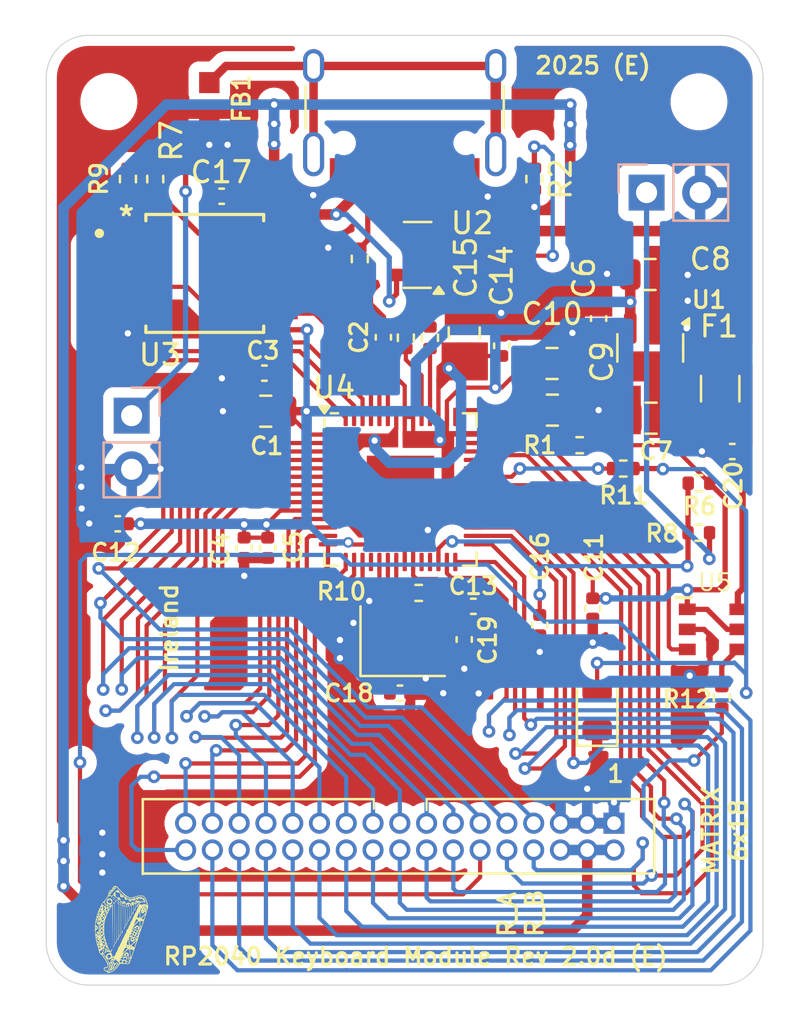
<source format=kicad_pcb>
(kicad_pcb (version 20241229) (generator "pcbnew") (generator_version "9.0")
  (title_block (title "Keyboard Module 34D") (date "2025-03-08") (rev "1.0"))
  (layers (0 "F.Cu" signal) (2 "B.Cu" signal) (13 "F.Paste" user) (15 "B.Paste" user) (5 "F.SilkS" user "F.Silkscreen") (7 "B.SilkS" user "B.Silkscreen") (1 "F.Mask" user) (3 "B.Mask" user) (25 "Edge.Cuts" user))
  (net 0 "")
  (net 1 "GND")
  (net 2 "+3V3")
  (net 3 "+5V")
  (net 4 "Net-(U4-ADC_AVDD)")
  (net 5 "+1V1")
  (net 6 "NRST")
  (net 7 "Net-(U4-XIN)")
  (net 8 "Net-(C19-Pad1)")
  (net 9 "VBUS")
  (net 10 "Net-(J1-SHIELD)")
  (net 12 "D-")
  (net 14 "Net-(J1-CC1)")
  (net 15 "Net-(J1-CC2)")
  (net 16 "D+")
  (net 17 "Net-(J2-Pin_1)")
  (net 18 "Net-(J3-Pin_1)")
  (net 19 "COL2")
  (net 20 "COL10")
  (net 21 "ROW2")
  (net 22 "Caps")
  (net 23 "RGB_DATA")
  (net 24 "ROW0")
  (net 25 "COL15")
  (net 26 "COL0")
  (net 27 "COL14")
  (net 28 "COL7")
  (net 29 "COL13")
  (net 30 "ROW5")
  (net 31 "ROW3")
  (net 32 "COL4")
  (net 33 "COL11")
  (net 34 "ROW1")
  (net 35 "COL5")
  (net 36 "ROW4")
  (net 37 "R_A")
  (net 38 "COL9")
  (net 39 "COL12")
  (net 40 "COL17")
  (net 41 "COL1")
  (net 42 "COL6")
  (net 43 "COL3")
  (net 44 "COL8")
  (net 45 "R_B")
  (net 46 "COL16")
  (net 47 "Net-(U4-USB_DP)")
  (net 48 "Net-(U4-USB_DM)")
  (net 49 "BOOT0")
  (net 50 "Net-(U4-XOUT)")
  (net 51 "Net-(U4-GPIO25)")
  (net 52 "Net-(U5-B)")
  (net 53 "Net-(U3-IO2)")
  (net 54 "Net-(U3-DO(IO1))")
  (net 55 "Net-(U3-CLK)")
  (net 56 "Net-(U3-DI(IO0))")
  (net 57 "Net-(U3-IO3)")
  (net 61 "RGB")
  (footprint "Capacitor_SMD:C_0402_1005Metric" (layer "F.Cu") (at 177.8254 106.6266 -90)
    (property "Reference" "C19")
    (property "Value" "15p")
  )
  (footprint "Resistor_SMD:R_0402_1005Metric" (layer "F.Cu") (at 181.1528 84.8086 90)
    (property "Reference" "R2")
    (property "Value" "5.1k")
  )
  (footprint "Capacitor_SMD:C_0402_1005Metric" (layer "F.Cu") (at 178.2572 105.0544)
    (property "Reference" "C13")
    (property "Value" "100nF")
  )
  (footprint "Capacitor_SMD:C_0402_1005Metric" (layer "F.Cu") (at 161.3942 101.1428 180)
    (property "Reference" "C12")
    (property "Value" "100nF")
  )
  (footprint "Resistor_SMD:R_0402_1005Metric" (layer "F.Cu") (at 185.3692 98.5266)
    (property "Reference" "R11")
    (property "Value" "1K")
  )
  (footprint "Capacitor_SMD:C_0402_1005Metric" (layer "F.Cu") (at 166.3192 85.6234 180)
    (property "Reference" "C17")
    (property "Value" "100nF")
  )
  (footprint "Capacitor_SMD:C_0402_1005Metric" (layer "F.Cu") (at 167.386 102.2806 -90)
    (property "Reference" "C4")
    (property "Value" "100nF")
  )
  (footprint "LED_SMD:LED_0805_2012Metric" (layer "F.Cu") (at 184.13 109.98 90)
    (property "Reference" "LED1" (hide yes))
    (property "Value" "CAPS")
  )
  (footprint "Fuse:Fuse_1206_3216Metric" (layer "F.Cu") (at 189.9666 94.742 -90)
    (property "Reference" "F1")
    (property "Value" "500mA")
  )
  (footprint "MountingHole:MountingHole_2.2mm_M2" (layer "F.Cu") (at 160.97 81.14)
    (property "Reference" "H2" (hide yes))
    (property "Value" "MountingHole")
  )
  (footprint "MyComponents:SOIC_128JVSIQ_WIN" (layer "F.Cu") (at 165.5191 89.281)
    (property "Reference" "U3")
    (property "Value" "W25Q128JVS")
  )
  (footprint "Crystal:Crystal_SMD_3225-4Pin_3.2x2.5mm" (layer "F.Cu") (at 174.9044 106.7054)
    (property "Reference" "Y1" (hide yes))
    (property "Value" "12Mhz")
  )
  (footprint "MyConnectors:IDC_2X17_1.27MM" (layer "F.Cu") (at 176.04 115.964999 180)
    (property "Reference" "J4" (hide yes))
    (property "Value" "Conn_02x17_Odd_Even")
  )
  (footprint "Capacitor_SMD:C_0805_2012Metric" (layer "F.Cu") (at 182.0062 95.758)
    (property "Reference" "C9")
    (property "Value" "2u2")
  )
  (footprint "Package_TO_SOT_SMD:SOT-143" (layer "F.Cu") (at 175.6156 88.404 180)
    (property "Reference" "U2")
    (property "Value" "PRTR5V0U2X")
  )
  (footprint "Capacitor_SMD:C_0402_1005Metric" (layer "F.Cu") (at 168.3486 94.0054 180)
    (property "Reference" "C3")
    (property "Value" "100nF")
  )
  (footprint "Resistor_SMD:R_0402_1005Metric" (layer "F.Cu") (at 172.8724 88.5952 -90)
    (property "Reference" "R3" (hide yes))
    (property "Value" "5.1k")
  )
  (footprint "Capacitor_SMD:C_0402_1005Metric" (layer "F.Cu") (at 184.2 91.42 90)
    (property "Reference" "C6")
    (property "Value" "100nF")
  )
  (footprint "Resistor_SMD:R_0402_1005Metric" (layer "F.Cu") (at 190.0428 109.3724 -90)
    (property "Reference" "R12")
    (property "Value" "27")
  )
  (footprint "Resistor_SMD:R_0402_1005Metric" (layer "F.Cu") (at 175.6664 104.4194 180)
    (property "Reference" "R10")
    (property "Value" "1k")
  )
  (footprint "Resistor_SMD:R_0402_1005Metric" (layer "F.Cu") (at 176.1998 92.329 -90)
    (property "Reference" "R5" (hide yes))
    (property "Value" "27")
  )
  (footprint "Capacitor_SMD:C_0805_2012Metric" (layer "F.Cu") (at 168.4122 95.8088 180)
    (property "Reference" "C1")
    (property "Value" "47uF")
  )
  (footprint "Resistor_SMD:R_0402_1005Metric" (layer "F.Cu") (at 161.8742 84.8106 -90)
    (property "Reference" "R9")
    (property "Value" "1k")
  )
  (footprint "SOT:SOT-26" (layer "F.Cu") (at 189.6048 106.1466 -90)
    (property "Reference" "U5")
    (property "Value" "74LVC1T45" (hide yes))
  )
  (footprint "RP2024_Module34_D:harp10" (layer "F.Cu") (at 161.57 120.36)
    (property "Reference" "G***" (hide yes))
    (property "Value" "LOGO" (hide yes))
  )
  (footprint "MyConnectors:USB_C_31-M-12" (layer "F.Cu") (at 175 80.5 180)
    (property "Reference" "J1" (hide yes))
    (property "Value" "USB_C_Receptacle_USB2.0")
  )
  (footprint "Capacitor_SMD:C_0805_2012Metric" (layer "F.Cu") (at 181.991 93.5482)
    (property "Reference" "C10")
    (property "Value" "2u2")
  )
  (footprint "Capacitor_SMD:C_0402_1005Metric" (layer "F.Cu") (at 181.4068 105.9434 -90)
    (property "Reference" "C16")
    (property "Value" "100nF")
  )
  (footprint "Capacitor_SMD:C_0805_2012Metric" (layer "F.Cu") (at 186.69 96.139 180)
    (property "Reference" "C7")
    (property "Value" "4.7uF")
  )
  (footprint "Capacitor_SMD:C_0402_1005Metric" (layer "F.Cu") (at 173.99 92.3056 90)
    (property "Reference" "C2")
    (property "Value" "100nF")
  )
  (footprint "Resistor_SMD:R_0402_1005Metric" (layer "F.Cu") (at 188.96 99.22 180)
    (property "Reference" "R6")
    (property "Value" "10k")
  )
  (footprint "Capacitor_SMD:C_0402_1005Metric" (layer "F.Cu") (at 183.9214 105.1534 -90)
    (property "Reference" "C11")
    (property "Value" "100nF")
  )
  (footprint "Resistor_SMD:R_0402_1005Metric" (layer "F.Cu") (at 183.3 97.42)
    (property "Reference" "R1")
    (property "Value" "200")
  )
  (footprint "Resistor_SMD:R_0402_1005Metric" (layer "F.Cu") (at 163.1696 84.8106 90)
    (property "Reference" "R7")
    (property "Value" "10k")
  )
  (footprint "Capacitor_SMD:C_0805_2012Metric" (layer "F.Cu") (at 186.6392 89.3318)
    (property "Reference" "C8")
    (property "Value" "10uF")
  )
  (footprint "MountingHole:MountingHole_2.2mm_M2" (layer "F.Cu") (at 188.96 81.15)
    (property "Reference" "H1" (hide yes))
    (property "Value" "MountingHole")
  )
  (footprint "Capacitor_SMD:C_0402_1005Metric" (layer "F.Cu") (at 179.6034 92.71 90)
    (property "Reference" "C14")
    (property "Value" "100nF")
  )
  (footprint "DevModules:BEADC1608X95N" (layer "F.Cu") (at 165.735 80.9736 -90)
    (property "Reference" "FB1")
    (property "Value" "600R")
  )
  (footprint "Package_DFN_QFN:QFN-56-1EP_7x7mm_P0.4mm_EP3.2x3.2mm" (layer "F.Cu") (at 174.8028 99.5172)
    (property "Reference" "U4")
    (property "Value" "RP2040")
  )
  (footprint "Resistor_SMD:R_0402_1005Metric" (layer "F.Cu") (at 175.0568 92.329 -90)
    (property "Reference" "R4" (hide yes))
    (property "Value" "27")
  )
  (footprint "Capacitor_SMD:C_0402_1005Metric" (layer "F.Cu") (at 174.7774 109.1692)
    (property "Reference" "C18")
    (property "Value" "15p")
  )
  (footprint "Package_TO_SOT_SMD:SOT-23" (layer "F.Cu") (at 186.6494 92.8093 -90)
    (property "Reference" "U1")
    (property "Value" "XC6206PxxxMR-Regulator_Linear")
  )
  (footprint "Resistor_SMD:R_0402_1005Metric" (layer "F.Cu") (at 188.95 101.57 180)
    (property "Reference" "R8")
    (property "Value" "27")
  )
  (footprint "Capacitor_SMD:C_0402_1005Metric" (layer "F.Cu") (at 190.54 97.72 180)
    (property "Reference" "C20")
    (property "Value" "100nF")
  )
  (footprint "Capacitor_SMD:C_0402_1005Metric" (layer "F.Cu") (at 168.5036 102.2832 -90)
    (property "Reference" "C5")
    (property "Value" "100nF")
  )
  (footprint "Capacitor_SMD:C_0805_2012Metric" (layer "F.Cu") (at 177.8254 92.1004 90)
    (property "Reference" "C15")
    (property "Value" "2u2")
  )
  (footprint "Connector_PinHeader_2.54mm:PinHeader_1x02_P2.54mm_Vertical" (layer "B.Cu") (at 162.05 96.02 180)
    (property "Reference" "J3" (hide yes))
    (property "Value" "Conn_01x02_Pin")
  )
  (footprint "Connector_PinHeader_2.54mm:PinHeader_1x02_P2.54mm_Vertical" (layer "B.Cu") (at 186.475 85.45 -90)
    (property "Reference" "J2" (hide yes))
    (property "Value" "Conn_01x02_Pin")
  )
  (gr_poly (pts (xy 174.95 96.8) (xy 178.65 96.8) (xy 178.65 96.925) (xy 177.3 96.925) (xy 177.3 101.05) (xy 176.8 101.05) (xy 176.8 97.5) (xy 174.95 97.5)) (stroke (width 0.1)) (fill yes) (layer "F.Cu") (net 2))
  (gr_poly (pts (xy 173.84 104.29) (xy 173.06 104.29) (xy 171.3 106.03) (xy 171.3 107.58) (xy 172.61 108.68) (xy 172.61 106.4) (xy 174.44 106.4) (xy 174.46 105.31) (xy 173.84 105.32)) (stroke (width 0.1)) (fill yes) (layer "F.Cu") (net 1))
  (gr_poly (pts (xy 186.625 88) (xy 186.625 92.625) (xy 188.85 92.625) (xy 188.875 88)) (stroke (width 0.05)) (fill yes) (layer "F.Cu") (net 1))
  (gr_poly (pts (xy 175.355 102.25) (xy 175.5 102.25) (xy 175.5 101.45) (xy 173 101.45) (xy 172.8 101.225) (xy 172.8 97.725) (xy 173.05 97.5) (xy 174.1 97.5) (xy 174.67 97.5) (xy 174.67 96.53) (xy 174.56 96.53) (xy 174.26 96.89) (xy 172.215 96.89) (xy 172.225 97.63) (xy 172.225 101.1) (xy 172.825 101.775) (xy 175.075 101.775) (xy 175.355 101.975)) (stroke (width 0.05)) (fill yes) (layer "F.Cu") (net 5))
  (gr_poly (pts (xy 186.2 96.9) (xy 182.7 96.9) (xy 182.25 96.425) (xy 182.25 91.55) (xy 183.55 91.55) (xy 183.55 94.6) (xy 186.2 94.6)) (fill yes) (layer "F.Cu") (net 1))
  (gr_poly (pts (xy 176.275 88.65) (xy 176.275 90.4) (xy 176.9 90.4) (xy 176.9 91.275) (xy 176.9 92.2) (xy 179.275 92.2) (xy 179.275 92.425) (xy 183.55 92.425) (xy 183.55 91.325) (xy 184.85 91.325) (xy 184.85 89.875) (xy 178.825 89.875) (xy 178.825 88.65)) (fill yes) (layer "F.Cu") (net 1))
  (gr_poly (pts (xy 186.95 97.025) (xy 190.805 97.005) (xy 190.805 95.055) (xy 186.95 95.075)) (stroke (width 0.05)) (fill yes) (layer "F.Cu") (net 3))
  (gr_poly (pts (xy 175.32 109.44) (xy 179.15 109.42) (xy 179.15 104.67) (xy 178.5 104.67) (xy 178.52 106.78) (xy 175.32 106.78)) (stroke (width 0.1)) (fill yes) (layer "F.Cu") (net 1))
  (gr_poly (pts (xy 183.775 91.575) (xy 183.775 94.375) (xy 184.875 94.375) (xy 186.525 94.375) (xy 186.5 97.05) (xy 188.275 97.05) (xy 188.275 95.05) (xy 187.9 95.05) (xy 187.9 94.625) (xy 187.25 93.975) (xy 187.25 93) (xy 184.9 93) (xy 184.9 91.575)) (stroke (width 0.05)) (fill yes) (layer "F.Cu") (net 3))
  (gr_poly (pts (xy 178.9 92.6) (xy 178.9 94.3) (xy 177.1 94.3) (xy 176.65 94.75) (xy 176.65 95.4) (xy 176.555 95.4) (xy 176.555 93.7) (xy 176.8 93.5) (xy 176.8 92.6)) (stroke (width 0.1)) (fill yes) (layer "F.Cu") (net 5))
  (gr_line (start 158 121) (end 158 80) (stroke (width 0.05)) (layer "Edge.Cuts"))
  (gr_arc (start 158 80) (mid 158.585786 78.585786) (end 160 78) (stroke (width 0.05)) (layer "Edge.Cuts"))
  (gr_line (start 192 80) (end 192 121) (stroke (width 0.05)) (layer "Edge.Cuts"))
  (gr_line (start 160 78) (end 190 78) (stroke (width 0.05)) (layer "Edge.Cuts"))
  (gr_arc (start 160 123) (mid 158.585786 122.414214) (end 158 121) (stroke (width 0.05)) (layer "Edge.Cuts"))
  (gr_arc (start 192 121) (mid 191.414214 122.414214) (end 190 123) (stroke (width 0.05)) (layer "Edge.Cuts"))
  (gr_arc (start 190 78) (mid 191.414214 78.585786) (end 192 80) (stroke (width 0.05)) (layer "Edge.Cuts"))
  (gr_line (start 190 123) (end 160 123) (stroke (width 0.05)) (layer "Edge.Cuts"))
  (gr_text "1" (at 184.53 113.46 0) (layer "F.SilkS") (effects (font (size 0.8 0.8) (thickness 0.15) (bold yes)) (justify left bottom)))
  (gr_text "Ireland" (at 164.3 106.07 90) (layer "F.SilkS") (effects (font (size 0.8 0.8)) (justify bottom)))
  (gr_text "R_A" (at 180.325 120.8 90) (layer "F.SilkS") (effects (font (size 0.8 0.8) (thickness 0.15) (bold yes)) (justify left bottom)))
  (gr_text "R_B" (at 181.63 120.8 90) (layer "F.SilkS") (effects (font (size 0.8 0.8) (thickness 0.15) (bold yes)) (justify left bottom)))
  (gr_text "RP2040 Keyboard Module Rev 2.0d (E)" (at 175.52 122.11 0) (layer "F.SilkS") (effects (font (size 0.8 0.8)) (justify bottom)))
  (gr_text "MATRIX\n6x18" (at 191.3 115.68 90) (layer "F.SilkS") (effects (font (size 0.8 0.8) (thickness 0.15) (bold yes)) (justify bottom)))
  (gr_text "2025 (E)" (at 181.11 79.9 0) (layer "F.SilkS") (effects (font (size 0.8 0.8)) (justify left bottom)))
  (segment (start 176.83 109.17) (end 176.83 114) (width 0.5) (layer "F.Cu") (net 1))
  (segment (start 188.8146 108.34) (end 189.484 107.6706) (width 0.25) (layer "F.Cu") (net 1))
  (segment (start 173.99 91.3384) (end 173.3804 90.7288) (width 0.25) (layer "F.Cu") (net 1))
  (segment (start 175.2574 109.1692) (end 176.8092 109.1692) (width 0.2) (layer "F.Cu") (net 1))
  (segment (start 178.7372 107.7828) (end 178.7372 105.0544) (width 0.3) (layer "F.Cu") (net 1))
  (segment (start 178.25 84.545) (end 178.25 84.95) (width 0.5) (layer "F.Cu") (net 1))
  (segment (start 161.3 98.54) (end 163.42 98.54) (width 0.3) (layer "F.Cu") (net 1))
  (segment (start 181.7 114.01) (end 182.39 114.7) (width 0.5) (layer "F.Cu") (net 1))
  (segment (start 166.38 95.8088) (end 166.2412 95.8088) (width 0.3) (layer "F.Cu") (net 1))
  (segment (start 160.66 115.78) (end 160.66 114.01) (width 0.5) (layer "F.Cu") (net 1))
  (segment (start 173.8028 105.8538) (end 173.8044 105.8554) (width 0.2) (layer "F.Cu") (net 1))
  (segment (start 163.02 114.01) (end 171.92 114.01) (width 0.5) (layer "F.Cu") (net 1))
  (segment (start 159.68 100.42) (end 159.68 99.41) (width 0.5) (layer "F.Cu") (net 1))
  (segment (start 171.92 114.01) (end 176.84 114.01) (width 0.5) (layer "F.Cu") (net 1))
  (segment (start 159.66 99.39) (end 159.66 98.48) (width 0.5) (layer "F.Cu") (net 1))
  (segment (start 183.9214 105.6334) (end 183.9214 106.77) (width 0.2) (layer "F.Cu") (net 1))
  (segment (start 167.4622 95.8088) (end 166.38 95.8088) (width 0.3) (layer "F.Cu") (net 1))
  (segment (start 178.25 84.95) (end 178.94 85.64) (width 0.5) (layer "F.Cu") (net 1))
  (segment (start 177.8254 107.1066) (end 177.8254 108.0054) (width 0.2) (layer "F.Cu") (net 1))
  (segment (start 160.91 98.93) (end 161.3 98.54) (width 0.3) (layer "F.Cu") (net 1))
  (segment (start 173.8028 103.0817) (end 173.8028 105.8538) (width 0.2) (layer "F.Cu") (net 1))
  (segment (start 160.9142 101.1428) (end 160.9142 99.6258) (width 0.3) (layer "F.Cu") (net 1))
  (segment (start 184.2008 95.758) (end 185.359 95.758) (width 0.4) (layer "F.Cu") (net 1))
  (segment (start 184.13 112.77) (end 184.13 110.9175) (width 0.4) (layer "F.Cu") (net 1))
  (segment (start 181.4068 106.4234) (end 181.4068 107.2134) (width 0.2) (layer "F.Cu") (net 1))
  (segment (start 176.8092 109.1692) (end 176.81 109.17) (width 0.2) (layer "F.Cu") (net 1))
  (segment (start 171.93 107.51) (end 171.93 114) (width 0.5) (layer "F.Cu") (net 1))
  (segment (start 176.0044 107.5554) (end 177.82 107.5554) (width 0.2) (layer "F.Cu") (net 1))
  (segment (start 179.6034 92.23) (end 179.6034 91.175808) (width 0.4) (layer "F.Cu") (net 1))
  (segment (start 161.8742 91.186) (end 161.8742 92.1158) (width 0.3) (layer "F.Cu") (net 1))
  (segment (start 171.3738 88.2142) (end 171.3738 88.0618) (width 0.25) (layer "F.Cu") (net 1))
  (segment (start 173.3804 90.7288) (end 173.3804 90.0938) (width 0.25) (layer "F.Cu") (net 1))
  (segment (start 160.04 101.13) (end 160.9014 101.13) (width 0.5) (layer "F.Cu") (net 1))
  (segment (start 160.91 99.6216) (end 160.91 98.93) (width 0.3) (layer "F.Cu") (net 1))
  (segment (start 160.66 115.78) (end 160.66 116.8) (width 0.5) (layer "F.Cu") (net 1))
  (segment (start 159.68 110.46) (end 159.68 100.42) (width 0.5) (layer "F.Cu") (net 1))
  (segment (start 160.66 111.44) (end 159.68 110.46) (width 0.5) (layer "F.Cu") (net 1))
  (segment (start 172.2648 89.1052) (end 171.3738 88.2142) (width 0.25) (layer "F.Cu") (net 1))
  (segment (start 176.1 100.8144) (end 176.1 101.44) (width 0.2) (layer "F.Cu") (net 1))
  (segment (start 184.93 115.33) (end 184.93 114.34) (width 0.5) (layer "F.Cu") (net 1))
  (segment (start 177.8254 108.0054) (end 177.83 108.01) (width 0.2) (layer "F.Cu") (net 1))
  (segment (start 172.8724 89.1052) (end 172.2648 89.1052) (width 0.25) (layer "F.Cu") (net 1))
  (segment (start 189.484 106.426) (end 189.2046 106.1466) (width 0.25) (layer "F.Cu") (net 1))
  (segment (start 182.9562 91.4654) (end 182.626 91.1352) (width 0.4) (layer "F.Cu") (net 1))
  (segment (start 172.01 107.66) (end 172.01 107.56) (width 0.2) (layer "F.Cu") (net 1))
  (segment (start 189.2046 106.1466) (end 188.4048 106.1466) (width 0.25) (layer "F.Cu") (net 1))
  (segment (start 179.577988 91.1504) (end 179.577992 91.1504) (width 0.4) (layer "F.Cu") (net 1))
  (segment (start 183.66 113.7) (end 183.66 113.24) (width 0.4) (layer "F.Cu") (net 1))
  (segment (start 177.8254 91.1504) (end 177.8254 90.3638) (width 0.4) (layer "F.Cu") (net 1))
  (segment (start 177.8254 91.1504) (end 179.577988 91.1504) (width 0.4) (layer "F.Cu") (net 1))
  (segment (start 177.83 108.01) (end 178.51 108.01) (width 0.3) (layer "F.Cu") (net 1))
  (segment (start 167.4622 94.4118) (end 167.8686 94.0054) (width 0.3) (layer "F.Cu") (net 1))
  (segment (start 159.68 100.42) (end 159.68 100.4) (width 0.5) (layer "F.Cu") (net 1))
  (segment (start 172.8724 89.5858) (end 172.8724 89.1052) (width 0.25) (layer "F.Cu") (net 1))
  (segment (start 179.6034 91.175808) (end 179.577992 91.1504) (width 0.4) (layer "F.Cu") (net 1))
  (segment (start 161.8742 92.1158) (end 161.87 92.12) (width 0.3) (layer "F.Cu") (net 1))
  (segment (start 182.39 114.7) (end 182.39 115.330001) (width 0.5) (layer "F.Cu") (net 1))
  (segment (start 176.83 114) (end 176.84 114.01) (width 0.5) (layer "F.Cu") (net 1))
  (segment (start 160.9142 99.6258) (end 160.91 99.6216) (width 0.3) (layer "F.Cu") (net 1))
  (segment (start 176.84 114.01) (end 181.7 114.01) (width 0.5) (layer "F.Cu") (net 1))
  (segment (start 182.9562 95.758) (end 184.2008 95.758) (width 0.4) (layer "F.Cu") (net 1))
  (segment (start 167.4622 95.8088) (end 167.4622 94.4118) (width 0.3) (layer "F.Cu") (net 1))
  (segment (start 173.3804 90.0938) (end 172.8724 89.5858) (width 0.25) (layer "F.Cu") (net 1))
  (segment (start 182.9562 92.1004) (end 182.9562 95.758) (width 0.4) (layer "F.Cu") (net 1))
  (segment (start 187.5994 91.8718) (end 187.5994 89.342) (width 0.5) (layer "F.Cu") (net 1))
  (segment (start 159.68 99.41) (end 159.66 99.39) (width 0.5) (layer "F.Cu") (net 1))
  (segment (start 176.0044 107.5554) (end 176.0044 108.680004) (width 0.2) (layer "F.Cu") (net 1))
  (segment (start 183.66 115.33) (end 183.66 113.7) (width 0.4) (layer "F.Cu") (net 1))
  (segment (start 167.8686 94.0054) (end 166.5746 94.0054) (width 0.3) (layer "F.Cu") (net 1))
  (segment (start 173.99 91.8256) (end 173.99 91.3384) (width 0.25) (layer "F.Cu") (net 1))
  (segment (start 188.52 108.34) (end 188.8146 108.34) (width 0.25) (layer "F.Cu") (net 1))
  (segment (start 171.1198 85.5726) (end 170.6626 85.5726) (width 0.5) (layer "F.Cu") (net 1))
  (segment (start 172.5854 105.8554) (end 172.57 105.84) (width 0.2) (layer "F.Cu") (net 1))
  (segment (start 163.02 114.01) (end 160.66 114.01) (width 0.5) (layer "F.Cu") (net 1))
  (segment (start 178.51 108.01) (end 178.7372 107.7828) (width 0.3) (layer "F.Cu") (net 1))
  (segment (start 181.1528 85.3186) (end 181.1528 86.1314) (width 0.5) (layer "F.Cu") (net 1))
  (segment (start 183.66 113.24) (end 184.13 112.77) (width 0.4) (layer "F.Cu") (net 1))
  (segment (start 162.43 114.01) (end 163.02 114.01) (width 0.5) (layer "F.Cu") (net 1))
  (segment (start 179.593192 91.1352) (end 179.577992 91.1504) (width 0.4) (layer "F.Cu") (net 1))
  (segment (start 185.359 95.758) (end 185.74 96.139) (width 0.4) (layer "F.Cu") (net 1))
  (segment (start 171.93 114) (end 171.92 114.01) (width 0.5) (layer "F.Cu") (net 1))
  (segment (start 181.1528 86.1314) (end 179.4314 86.1314) (width 0.4) (layer "F.Cu") (net 1))
  (segment (start 166.5746 94.0054) (end 166.33 94.25) (width 0.3) (layer "F.Cu") (net 1))
  (segment (start 177.82 107.5554) (end 177.8254 107.55) (width 0.2) (layer "F.Cu") (net 1))
  (segment (start 165.735 85.5192) (end 165.735 83.185) (width 0.25) (layer "F.Cu") (net 1))
  (segment (start 160.66 114.01) (end 160.66 111.44) (width 0.5) (layer "F.Cu") (net 1))
  (segment (start 160.9014 101.13) (end 160.9142 101.1428) (width 0.5) (layer "F.Cu") (net 1))
  (segment (start 171.75 84.9424) (end 171.1198 85.5726) (width 0.5) (layer "F.Cu") (net 1))
  (segment (start 163.51 98.54) (end 163.42 98.54) (width 0.3) (layer "F.Cu") (net 1))
  (segment (start 189.484 107.6706) (end 189.484 106.426) (width 0.25) (layer "F.Cu") (net 1))
  (segment (start 167.386 102.7606) (end 167.386 103.606) (width 0.2) (layer "F.Cu") (net 1))
  (segment (start 165.735 81.7086) (end 165.735 83.185) (width 0.4) (layer "F.Cu") (net 1))
  (segment (start 177.8254 90.3638) (end 176.6156 89.154) (width 0.4) (layer "F.Cu") (net 1))
  (segment (start 182.9562 92.1004) (end 182.9562 91.4654) (width 0.4) (layer "F.Cu") (net 1))
  (segment (start 167.386 103.606) (end 167.39 103.61) (width 0.2) (layer "F.Cu") (net 1))
  (segment (start 166.2412 95.8088) (end 163.51 98.54) (width 0.3) (layer "F.Cu") (net 1))
  (segment (start 160.66 116.8) (end 160.66 117.67) (width 0.5) (layer "F.Cu") (net 1))
  (segment (start 182.626 91.1352) (end 179.593192 91.1352) (width 0.4) (layer "F.Cu") (net 1))
  (segment (start 184.93 115.33) (end 183.66 115.33) (width 0.5) (layer "F.Cu") (net 1))
  (segment (start 189.1 97.71) (end 190.05 97.71) (width 0.25) (layer "F.Cu") (net 1))
  (segment (start 167.386 102.7606) (end 168.501 102.7606) (width 0.2) (layer "F.Cu") (net 1))
  (segment (start 179.4314 86.1314) (end 178.94 85.64) (width 0.4) (layer "F.Cu") (net 1))
  (segment (start 182.39 115.330001) (end 184.93 115.33) (width 0.5) (layer "F.Cu") (net 1))
  (via (at 183.66 113.7) (size 0.6) (drill 0.3) (layers "F.Cu" "B.Cu") (net 1))
  (via (at 163.42 98.54) (size 0.6) (drill 0.3) (layers "F.Cu" "B.Cu") (net 1))
  (via (at 167.39 103.61) (size 0.6) (drill 0.3) (layers "F.Cu" "B.Cu") (net 1))
  (via (at 171.93 107.51) (size 0.6) (drill 0.3) (layers "F.Cu" "B.Cu") (net 1))
  (via (at 189.1 97.71) (size 0.6) (drill 0.3) (layers "F.Cu" "B.Cu") (net 1))
  (via (at 159.68 100.42) (size 0.6) (drill 0.3) (layers "F.Cu" "B.Cu") (net 1))
  (via (at 188.375 91.875) (size 0.6) (drill 0.3) (layers "F.Cu" "B.Cu") (net 1))
  (via (at 184.6 89.3) (size 0.6) (drill 0.3) (layers "F.Cu" "B.Cu") (net 1))
  (via (at 172.57 105.84) (size 0.6) (drill 0.3) (layers "F.Cu" "B.Cu") (net 1))
  (via (at 183.9214 106.77) (size 0.6) (drill 0.3) (layers "F.Cu" "B.Cu") (net 1))
  (via (at 160.04 101.13) (size 0.6) (drill 0.3) (layers "F.Cu" "B.Cu") (net 1))
  (via (at 188.425 90.575) (size 0.6) (drill 0.3) (layers "F.Cu" "B.Cu") (net 1))
  (via (at 181.4068 107.2134) (size 0.6) (drill 0.3) (layers "F.Cu" "B.Cu") (net 1))
  (via (at 160.66 115.78) (size 0.6) (drill 0.3) (layers "F.Cu" "B.Cu") (net 1))
  (via (at 176.83 109.17) (size 0.6) (drill 0.3) (layers "F.Cu" "B.Cu") (net 1))
  (via (at 179.577992 91.1504) (size 0.6) (drill 0.3) (layers "F.Cu" "B.Cu") (net 1))
  (via (at 176.1 101.44) (size 0.6) (drill 0.3) (layers "F.Cu" "B.Cu") (net 1))
  (via (at 160.66 117.67) (size 0.6) (drill 0.3) (layers "F.Cu" "B.Cu") (net 1))
  (via (at 178.51 109.18) (size 0.6) (drill 0.3) (layers "F.Cu" "B.Cu") (net 1))
  (via (at 166.38 95.8088) (size 0.6) (drill 0.3) (layers "F.Cu" "B.Cu") (net 1))
  (via (at 188.52 108.34) (size 0.6) (drill 0.3) (layers "F.Cu" "B.Cu") (net 1))
  (via (at 184.2008 95.758) (size 0.6) (drill 0.3) (layers "F.Cu" "B.Cu") (net 1))
  (via (at 171.3738 88.0618) (size 0.6) (drill 0.3) (layers "F.Cu" "B.Cu") (net 1))
  (via (at 184.93 114.34) (size 0.6) (drill 0.3) (layers "F.Cu" "B.Cu") (net 1))
  (via (at 171.93 106.65) (size 0.6) (drill 0.3) (layers "F.Cu" "B.Cu") (net 1))
  (via (at 188.425 89.35) (size 0.6) (drill 0.3) (layers "F.Cu" "B.Cu") (net 1))
  (via (at 160.66 116.8) (size 0.6) (drill 0.3) (layers "F.Cu" "B.Cu") (net 1))
  (via (at 181.1528 86.1314) (size 0.6) (drill 0.3) (layers "F.Cu" "B.Cu") (net 1))
  (via (at 173.32 104.8) (size 0.6) (drill 0.3) (layers "F.Cu" "B.Cu") (net 1))
  (via (at 166.33 94.25) (size 0.6) (drill 0.3) (layers "F.Cu" "B.Cu") (net 1))
  (via (at 176 108.47) (size 0.6) (drill 0.3) (layers "F.Cu" "B.Cu") (net 1))
  (via (at 177.83 108.01) (size 0.6) (drill 0.3) (layers "F.Cu" "B.Cu") (net 1))
  (via (at 166.5986 83.185) (size 0.6) (drill 0.3) (layers "F.Cu" "B.Cu") (net 1))
  (via (at 178.94 85.64) (size 0.6) (drill 0.3) (layers "F.Cu" "B.Cu") (net 1))
  (via (at 170.6626 85.5726) (size 0.6) (drill 0.3) (layers "F.Cu" "B.Cu") (net 1))
  (via (at 159.66 99.39) (size 0.6) (drill 0.3) (layers "F.Cu" "B.Cu") (net 1))
  (via (at 165.735 83.185) (size 0.6) (drill 0.3) (layers "F.Cu" "B.Cu") (net 1))
  (via (at 182.9562 92.1004) (size 0.6) (drill 0.3) (layers "F.Cu" "B.Cu") (net 1))
  (via (at 161.87 92.12) (size 0.6) (drill 0.3) (layers "F.Cu" "B.Cu") (net 1))
  (via (at 159.66 98.48) (size 0.6) (drill 0.3) (layers "F.Cu" "B.Cu") (net 1))
  (segment (start 162.915 83.185) (end 159.68 86.42) (width 0.5) (layer "B.Cu") (net 1))
  (segment (start 170.6626 87.4014) (end 170.6626 85.5726) (width 0.25) (layer "B.Cu") (net 1))
  (segment (start 159.68 101.12) (end 159.69 101.13) (width 0.5) (layer "B.Cu") (net 1))
  (segment (start 168.58 104.8) (end 167.39 103.61) (width 0.5) (layer "B.Cu") (net 1))
  (segment (start 173.32 104.8) (end 168.58 104.8) (width 0.5) (layer "B.Cu") (net 1))
  (segment (start 181.4068 107.2134) (end 181.4322 107.188) (width 0.2) (layer "B.Cu") (net 1))
  (segment (start 165.735 83.185) (end 162.915 83.185) (width 0.5) (layer "B.Cu") (net 1))
  (segment (start 171.323 88.0618) (end 170.6626 87.4014) (width 0.25) (layer "B.Cu") (net 1))
  (segment (start 159.68 86.42) (end 159.68 101.12) (width 0.5) (layer "B.Cu") (net 1))
  (segment (start 171.3738 88.0618) (end 171.323 88.0618) (width 0.25) (layer "B.Cu") (net 1))
  (segment (start 170.6626 85.5726) (end 169.3926 85.5726) (width 0.5) (layer "B.Cu") (net 1))
  (segment (start 179.577992 91.1504) (end 179.577992 87.706208) (width 0.4) (layer "B.Cu") (net 1))
  (segment (start 166.5986 83.185) (end 165.735 83.185) (width 0.5) (layer "B.Cu") (net 1))
  (segment (start 159.69 101.13) (end 160.04 101.13) (width 0.5) (layer "B.Cu") (net 1))
  (segment (start 167.005 83.185) (end 166.5986 83.185) (width 0.5) (layer "B.Cu") (net 1))
  (segment (start 169.3926 85.5726) (end 167.005 83.185) (width 0.5) (layer "B.Cu") (net 1))
  (segment (start 179.577992 87.706208) (end 181.1528 86.1314) (width 0.4) (layer "B.Cu") (net 1))
  (segment (start 177 96.9172) (end 178.2403 96.9172) (width 0.2) (layer "F.Cu") (net 2))
  (segment (start 179.3 94.6912) (end 179.6034 94.6912) (width 0.2) (layer "F.Cu") (net 2))
  (segment (start 175.4028 96.0797) (end 175.0028 96.0797) (width 0.2) (layer "F.Cu") (net 2))
  (segment (start 166.8018 87.376) (end 165.225 87.376) (width 0.25) (layer "F.Cu") (net 2))
  (segment (start 180.6796 100.5172) (end 178.2403 100.5172) (width 0.2) (layer "F.Cu") (net 2))
  (segment (start 177.0028 96.0797) (end 177.0028 96.9144) (width 0.2) (layer "F.Cu") (net 2))
  (segment (start 183.9214 104.6734) (end 183.9214 103.759) (width 0.2) (layer "F.Cu") (net 2))
  (segment (start 177.6476 94.6912) (end 179.3 94.6912) (width 0.2) (layer "F.Cu") (net 2))
  (segment (start 168.5036 101.2346) (end 168.5036 101.8032) (width 0.2) (layer "F.Cu") (net 2))
  (segment (start 188.4048 105.1966) (end 189.3468 105.1966) (width 0.25) (layer "F.Cu") (net 2))
  (segment (start 177.0028 95.336) (end 177.6476 94.6912) (width 0.2) (layer "F.Cu") (net 2))
  (segment (start 161.8742 101.1428) (end 162.4772 101.1428) (width 0.3) (layer "F.Cu") (net 2))
  (segment (start 185.6994 91.8718) (end 185.6994 90.63) (width 0.5) (layer "F.Cu") (net 2))
  (segment (start 169.1038 100.5172) (end 171.3653 100.5172) (width 0.2) (layer "F.Cu") (net 2))
  (segment (start 189.3468 105.1966) (end 190.2968 106.1466) (width 0.25) (layer "F.Cu") (net 2))
  (segment (start 166.8018 90.8218) (end 167.93 91.95) (width 0.25) (layer "F.Cu") (net 2))
  (segment (start 175.0028 102.3778) (end 174.75 102.125) (width 0.2) (layer "F.Cu") (net 2))
  (segment (start 173.99 92.7856) (end 173.99 93.599) (width 0.2) (layer "F.Cu") (net 2))
  (segment (start 188.4048 104.2748) (end 188.4 104.27) (width 0.25) (layer "F.Cu") (net 2))
  (segment (start 175.4028 96.91) (end 175.41 96.9172) (width 0.2) (layer "F.Cu") (net 2))
  (segment (start 175.0028 94.6118) (end 175.0028 96.0797) (width 0.2) (layer "F.Cu") (net 2))
  (segment (start 167.93 91.95) (end 170.37 91.95) (width 0.25) (layer "F.Cu") (net 2))
  (segment (start 190.2968 106.1466) (end 190.8048 106.1466) (width 0.25) (layer "F.Cu") (net 2))
  (segment (start 177.0028 96.9144) (end 177 96.9172) (width 0.2) (layer "F.Cu") (net 2))
  (segment (start 169.3622 95.8088) (end 169.3622 94.539) (width 0.3) (layer "F.Cu") (net 2))
  (segment (start 166.8018 87.376) (end 166.8018 90.8218) (width 0.25) (layer "F.Cu") (net 2))
  (segment (start 168.445 101.176) (end 169.1038 100.5172) (width 0.2) (layer "F.Cu") (net 2))
  (segment (start 185.6994 90.63) (end 185.6994 89.342) (width 0.5) (layer "F.Cu") (net 2))
  (segment (start 177.0672 100.5172) (end 177.05 100.5) (width 0.2) (layer "F.Cu") (net 2))
  (segment (start 167.386 101.8006) (end 168.501 101.8006) (width 0.2) (layer "F.Cu") (net 2))
  (segment (start 183.9214 104.6734) (end 184.5334 104.6734) (width 0.3) (layer "F.Cu") (net 2))
  (segment (start 188.4 104.27) (end 189.8866 104.27) (width 0.25) (layer "F.Cu") (net 2))
  (segment (start 189.8866 104.27) (end 189.8933 104.2633) (width 0.25) (layer "F.Cu") (net 2))
  (segment (start 175.0028 96.0797) (end 175.0028 96.9144) (width 0.2) (layer "F.Cu") (net 2))
  (segment (start 175.4028 96.0797) (end 175.4028 96.91) (width 0.2) (layer "F.Cu") (net 2))
  (segment (start 169.164 87.376) (end 166.8018 87.376) (width 0.25) (layer "F.Cu") (net 2))
  (segment (start 175.0028 102.9547) (end 175.0028 102.3778) (width 0.2) (layer "F.Cu") (net 2))
  (segment (start 170.3488 95.8088) (end 169.3622 95.8088) (width 0.4) (layer "F.Cu") (net 2))
  (segment (start 169.3622 94.539) (end 168.8286 94.0054) (width 0.3) (layer "F.Cu") (net 2))
  (segment (start 183.81 97.42) (end 187.67 97.42) (width 0.2) (layer "F.Cu") (net 2))
  (segment (start 187.67 97.42) (end 189.47 99.22) (width 0.2) (layer "F.Cu") (net 2))
  (segment (start 189.47 99.22) (end 190.2 99.95) (width 0.25) (layer "F.Cu") (net 2))
  (segment (start 170.4706 96.9172) (end 171.3653 96.9172) (width 0.2) (layer "F.Cu") (net 2))
  (segment (start 179.6034 94.6912) (end 180.7464 93.5482) (width 0.2) (layer "F.Cu") (net 2))
  (segment (start 166.7992 87.3734) (end 166.8018 87.376) (width 0.25) (layer "F.Cu") (net 2))
  (segment (start 175 96.9172) (end 175.41 96.9172) (width 0.2) (layer "F.Cu") (net 2))
  (segment (start 165.225 87.376) (end 163.1696 85.3206) (width 0.25) (layer "F.Cu") (net 2))
  (segment (start 174.75 102.125) (end 172.425 102.125) (width 0.2) (layer "F.Cu") (net 2))
  (segment (start 170.35 95.81) (end 170.3488 95.8088) (width 0.4) (layer "F.Cu") (net 2))
  (segment (start 169.3622 95.8088) (end 170.4706 96.9172) (width 0.2) (layer "F.Cu") (net 2))
  (segment (start 166.7992 85.6234) (end 166.7992 87.3734) (width 0.25) (layer "F.Cu") (net 2))
  (segment (start 167.386 101.8006) (end 167.386 101.176) (width 0.2) (layer "F.Cu") (net 2))
  (segment (start 172.425 102.125) (end 172.325 102.025) (width 0.2) (layer "F.Cu") (net 2))
  (segment (start 173.99 93.599) (end 175.0028 94.6118) (width 0.2) (layer "F.Cu") (net 2))
  (segment (start 190.2 103.9566) (end 189.8933 104.2633) (width 0.25) (layer "F.Cu") (net 2))
  (segment (start 184.5334 104.6734) (end 184.54 104.68) (width 0.2) (layer "F.Cu") (net 2))
  (segment (start 188.4048 105.1966) (end 188.4048 104.2748) (width 0.25) (layer "F.Cu") (net 2))
  (segment (start 175.41 96.9172) (end 177 96.9172) (width 0.2) (layer "F.Cu") (net 2))
  (segment (start 178.2403 100.5172) (end 177.0672 100.5172) (width 0.2) (layer "F.Cu") (net 2))
  (segment (start 183.9214 103.759) (end 180.6796 100.5172) (width 0.2) (layer "F.Cu") (net 2))
  (segment (start 177.0028 96.0797) (end 177.0028 95.336) (width 0.2) (layer "F.Cu") (net 2))
  (segment (start 190.2 99.95) (end 190.2 103.9566) (width 0.25) (layer "F.Cu") (net 2))
  (segment (start 168.445 101.176) (end 168.5036 101.2346) (width 0.2) (layer "F.Cu") (net 2))
  (via (at 188.4 104.27) (size 0.6) (drill 0.3) (layers "F.Cu" "B.Cu") (net 2))
  (via (at 162.4772 101.1428) (size 0.6) (drill 0.3) (layers "F.Cu" "B.Cu") (net 2))
  (via (at 170.35 95.81) (size 0.6) (drill 0.3) (layers "F.Cu" "B.Cu") (net 2))
  (via (at 170.37 91.95) (size 0.6) (drill 0.3) (layers "F.Cu" "B.Cu") (net 2))
  (via (at 167.386 101.176) (size 0.6) (drill 0.3) (layers "F.Cu" "B.Cu") (net 2))
  (via (at 185.6994 90.63) (size 0.6) (drill 0.3) (layers "F.Cu" "B.Cu") (net 2))
  (via (at 184.54 104.68) (size 0.6) (drill 0.3) (layers "F.Cu" "B.Cu") (net 2))
  (via (at 168.445 101.176) (size 0.6) (drill 0.3) (layers "F.Cu" "B.Cu") (net 2))
  (via (at 179.3 94.6912) (size 0.6) (drill 0.3) (layers "F.Cu" "B.Cu") (net 2))
  (via (at 176.675 97.175) (size 0.6) (drill 0.3) (layers "F.Cu" "B.Cu") (net 2))
  (via (at 172.325 102.025) (size 0.5) (drill 0.3) (layers "F.Cu" "B.Cu") (net 2))
  (segment (start 170.2655 101.17) (end 170.35 101.0855) (width 0.5) (layer "B.Cu") (net 2))
  (segment (start 179.3 94.6912) (end 179.3 91.98) (width 0.5) (layer "B.Cu") (net 2))
  (segment (start 167.386 101.176) (end 168.445 101.176) (width 0.5) (layer "B.Cu") (net 2))
  (segment (start 170.35 95.81) (end 170.35 101.0855) (width 0.5) (layer "B.Cu") (net 2))
  (segment (start 170.35 95.81) (end 170.35 91.97) (width 0.3) (layer "B.Cu") (net 2))
  (segment (start 170.35 95.81) (end 175.53 95.81) (width 0.5) (layer "B.Cu") (net 2))
  (segment (start 170.35 101.0855) (end 171.2895 102.025) (width 0.3) (layer "B.Cu") (net 2))
  (segment (start 175.53 95.81) (end 175.53 93.47) (width 0.5) (layer "B.Cu") (net 2))
  (segment (start 171.2895 102.025) (end 172.325 102.025) (width 0.3) (layer "B.Cu") (net 2))
  (segment (start 176.06 95.81) (end 176.675 96.425) (width 0.5) (layer "B.Cu") (net 2))
  (segment (start 175.53 93.47) (end 177.05 91.95) (width 0.5) (layer "B.Cu") (net 2))
  (segment (start 162.4772 101.1428) (end 167.3528 101.1428) (width 0.5) (layer "B.Cu") (net 2))
  (segment (start 170.35 91.97) (end 170.37 91.95) (width 0.4) (layer "B.Cu") (net 2))
  (segment (start 182.22 90.63) (end 185.6994 90.63) (width 0.5) (layer "B.Cu") (net 2))
  (segment (start 168.445 101.176) (end 168.451 101.17) (width 0.5) (layer "B.Cu") (net 2))
  (segment (start 180.9 91.95) (end 182.22 90.63) (width 0.5) (layer "B.Cu") (net 2))
  (segment (start 184.54 104.68) (end 187.34 104.68) (width 0.3) (layer "B.Cu") (net 2))
  (segment (start 187.34 104.68) (end 187.75 104.27) (width 0.3) (layer "B.Cu") (net 2))
  (segment (start 168.451 101.17) (end 170.2655 101.17) (width 0.5) (layer "B.Cu") (net 2))
  (segment (start 187.75 104.27) (end 188.4 104.27) (width 0.3) (layer "B.Cu") (net 2))
  (segment (start 167.3528 101.1428) (end 167.386 101.176) (width 0.3) (layer "B.Cu") (net 2))
  (segment (start 176.675 96.425) (end 176.675 97.175) (width 0.5) (layer "B.Cu") (net 2))
  (segment (start 177.05 91.95) (end 180.9 91.95) (width 0.5) (layer "B.Cu") (net 2))
  (segment (start 175.53 95.81) (end 176.06 95.81) (width 0.5) (layer "B.Cu") (net 2))
  (segment (start 184.8468 93.7468) (end 184.2 93.1) (width 0.5) (layer "F.Cu") (net 3))
  (segment (start 187.64 96.139) (end 187.64 94.7374) (width 0.5) (layer "F.Cu") (net 3))
  (segment (start 187.64 94.7374) (end 186.6494 93.7468) (width 0.5) (layer "F.Cu") (net 3))
  (segment (start 187.64 96.139) (end 189.9636 96.139) (width 0.5) (layer "F.Cu") (net 3))
  (segment (start 186.6494 93.7468) (end 184.8468 93.7468) (width 0.5) (layer "F.Cu") (net 3))
  (segment (start 184.2 93.1) (end 184.2 91.9) (width 0.5) (layer "F.Cu") (net 3))
  (segment (start 177.4028 96.0797) (end 177.7245 95.758) (width 0.2) (layer "F.Cu") (net 4))
  (segment (start 181.0562 95.758) (end 182.7182 97.42) (width 0.2) (layer "F.Cu") (net 4))
  (segment (start 177.7245 95.758) (end 181.0562 95.758) (width 0.2) (layer "F.Cu") (net 4))
  (segment (start 175.4028 102.9547) (end 175.4028 101.9428) (width 0.2) (layer "F.Cu") (net 5))
  (segment (start 176.53 103.759) (end 177.7772 105.0062) (width 0.2) (layer "F.Cu") (net 5))
  (segment (start 172.99 101.68) (end 172.65 101.34) (width 0.2) (layer "F.Cu") (net 5))
  (segment (start 172.65 97.62) (end 173.07 97.2) (width 0.2) (layer "F.Cu") (net 5))
  (segment (start 175.4028 103.597) (end 175.5648 103.759) (width 0.2) (layer "F.Cu") (net 5))
  (segment (start 176.6028 94.273) (end 177.1004 93.7754) (width 0.2) (layer "F.Cu") (net 5))
  (segment (start 177.1004 93.7754) (end 177.8254 93.0504) (width 0.2) (layer "F.Cu") (net 5))
  (segment (start 172.65 101.34) (end 172.65 97.62) (width 0.2) (layer "F.Cu") (net 5))
  (segment (start 175.14 101.68) (end 172.99 101.68) (width 0.2) (layer "F.Cu") (net 5))
  (segment (start 175.4028 102.9547) (end 175.4028 103.597) (width 0.2) (layer "F.Cu") (net 5))
  (segment (start 173.575 97.2) (end 174.037114 97.2) (width 0.2) (layer "F.Cu") (net 5))
  (segment (start 176.6028 96.0797) (end 176.6028 94.273) (width 0.2) (layer "F.Cu") (net 5))
  (segment (start 174.6028 96.0797) (end 174.6028 96.634314) (width 0.2) (layer "F.Cu") (net 5))
  (segment (start 175.4028 101.9428) (end 175.14 101.68) (width 0.2) (layer "F.Cu") (net 5))
  (segment (start 173.07 97.2) (end 173.575 97.2) (width 0.2) (layer "F.Cu") (net 5))
  (segment (start 174.6028 96.634314) (end 174.037114 97.2) (width 0.2) (layer "F.Cu") (net 5))
  (segment (start 179.6034 93.19) (end 177.965 93.19) (width 0.2) (layer "F.Cu") (net 5))
  (segment (start 175.5648 103.759) (end 176.53 103.759) (width 0.2) (layer "F.Cu") (net 5))
  (via (at 173.575 97.2) (size 0.6) (drill 0.3) (layers "F.Cu" "B.Cu") (net 5))
  (via (at 177.1004 93.7754) (size 0.6) (drill 0.3) (layers "F.Cu" "B.Cu") (net 5))
  (segment (start 174.275 98.25) (end 177 98.25) (width 0.5) (layer "B.Cu") (net 5))
  (segment (start 177.675 97.575) (end 177.675 94.35) (width 0.5) (layer "B.Cu") (net 5))
  (segment (start 177 98.25) (end 177.675 97.575) (width 0.5) (layer "B.Cu") (net 5))
  (segment (start 173.575 97.2) (end 173.575 97.55) (width 0.5) (layer "B.Cu") (net 5))
  (segment (start 177.675 94.35) (end 177.1004 93.7754) (width 0.5) (layer "B.Cu") (net 5))
  (segment (start 173.575 97.55) (end 174.275 98.25) (width 0.5) (layer "B.Cu") (net 5))
  (segment (start 176.6028 102.3146) (end 176.9364 101.981) (width 0.2) (layer "F.Cu") (net 6))
  (segment (start 181.4068 105.4634) (end 181.4068 104.4956) (width 0.2) (layer "F.Cu") (net 6))
  (segment (start 188.44 103.11) (end 188.4 103.15) (width 0.25) (layer "F.Cu") (net 6))
  (segment (start 176.6028 102.9547) (end 176.6028 102.3146) (width 0.2) (layer "F.Cu") (net 6))
  (segment (start 188.44 101.57) (end 188.44 99.23) (width 0.25) (layer "F.Cu") (net 6))
  (segment (start 188.44 101.57) (end 188.44 103.11) (width 0.25) (layer "F.Cu") (net 6))
  (segment (start 176.9364 101.981) (end 177.249994 101.981) (width 0.2) (layer "F.Cu") (net 6))
  (via (at 181.4068 104.4956) (size 0.6) (drill 0.3) (layers "F.Cu" "B.Cu") (net 6))
  (via (at 177.249994 101.981) (size 0.6) (drill 0.3) (layers "F.Cu" "B.Cu") (net 6))
  (via (at 188.4 103.15) (size 0.6) (drill 0.3) (layers "F.Cu" "B.Cu") (net 6))
  (segment (start 188.4 103.15) (end 181.6094 103.15) (width 0.2) (layer "B.Cu") (net 6))
  (segment (start 181.6094 103.15) (end 181.4068 103.3526) (width 0.2) (layer "B.Cu") (net 6))
  (segment (start 181.4068 103.3526) (end 180.0352 101.981) (width 0.2) (layer "B.Cu") (net 6))
  (segment (start 181.4068 104.4956) (end 181.4068 103.3526) (width 0.2) (layer "B.Cu") (net 6))
  (segment (start 180.0352 101.981) (end 177.249994 101.981) (width 0.2) (layer "B.Cu") (net 6))
  (segment (start 174.2028 102.9547) (end 174.2028 104.4798) (width 0.2) (layer "F.Cu") (net 7))
  (segment (start 173.8044 107.5554) (end 173.8044 108.6762) (width 0.2) (layer "F.Cu") (net 7))
  (segment (start 174.4608 107.5554) (end 173.8044 107.5554) (width 0.2) (layer "F.Cu") (net 7))
  (segment (start 173.8044 108.6762) (end 174.2974 109.1692) (width 0.2) (layer "F.Cu") (net 7))
  (segment (start 174.9044 107.1118) (end 174.4608 107.5554) (width 0.2) (layer "F.Cu") (net 7))
  (segment (start 174.9044 105.1814) (end 174.9044 107.1118) (width 0.2) (layer "F.Cu") (net 7))
  (segment (start 174.2028 104.4798) (end 174.9044 105.1814) (width 0.2) (layer "F.Cu") (net 7))
  (segment (start 177.5342 105.8554) (end 177.8254 106.1466) (width 0.2) (layer "F.Cu") (net 8))
  (segment (start 176.1764 104.4194) (end 176.1764 105.6834) (width 0.2) (layer "F.Cu") (net 8))
  (segment (start 176.0044 105.8554) (end 177.5342 105.8554) (width 0.2) (layer "F.Cu") (net 8))
  (segment (start 189.9666 88.392) (end 188.849 87.2744) (width 0.5) (layer "F.Cu") (net 9))
  (segment (start 174.6156 90.2556) (end 174.2694 90.6018) (width 0.25) (layer "F.Cu") (net 9))
  (segment (start 191.03 104.22) (end 191.03 98.81) (width 0.3) (layer "F.Cu") (net 9))
  (segment (start 174.6156 89.354) (end 174.6156 90.2556) (width 0.25) (layer "F.Cu") (net 9))
  (segment (start 182.8546 87.2744) (end 188.849 87.2744) (width 0.5) (layer "F.Cu") (net 9))
  (segment (start 183.66 119.71) (end 182.95 120.42) (width 0.5) (layer "F.Cu") (net 9))
  (segment (start 189.9666 93.342) (end 189.9666 88.392) (width 0.5) (layer "F.Cu") (net 9))
  (segment (start 168.8084 82.1944) (end 168.8084 85.471) (width 0.5) (layer "F.Cu") (net 9))
  (segment (start 189.9666 93.342) (end 191.002 93.342) (width 0.3) (layer "F.Cu") (net 9))
  (segment (start 168.8084 81.28) (end 168.8084 82.1944) (width 0.5) (layer "F.Cu") (net 9))
  (segment (start 191.349 93.689) (end 191.349 97.391) (width 0.3) (layer "F.Cu") (net 9))
  (segment (start 191.03 98.81) (end 191.02 98.8) (width 0.3) (layer "F.Cu") (net 9))
  (segment (start 191.349 97.391) (end 191.02 97.72) (width 0.3) (layer "F.Cu") (net 9))
  (segment (start 172.55 85.6918) (end 171.7548 86.487) (width 0.5) (layer "F.Cu") (net 9))
  (segment (start 190.8048 104.4452) (end 191.03 104.22) (width 0.3) (layer "F.Cu") (net 9))
  (segment (start 191.002 93.342) (end 191.349 93.689) (width 0.3) (layer "F.Cu") (net 9))
  (segment (start 183.66 116.6) (end 183.66 119.71) (width 0.5) (layer "F.Cu") (net 9))
  (segment (start 168.8084 85.471) (end 169.8244 86.487) (width 0.5) (layer "F.Cu") (net 9))
  (segment (start 190.8048 105.1966) (end 190.8048 104.4452) (width 0.3) (layer "F.Cu") (net 9))
  (segment (start 182.8546 87.2744) (end 182.8546 82.21) (width 0.5) (layer "F.Cu") (net 9))
  (segment (start 158.82 118.32) (end 158.82 117.12) (width 0.5) (layer "F.Cu") (net 9))
  (segment (start 182.95 120.42) (end 160.92 120.42) (width 0.5) (layer "F.Cu") (net 9))
  (segment (start 158.82 117.12) (end 158.82 116.24) (width 0.5) (layer "F.Cu") (net 9))
  (segment (start 179.2344 87.2744) (end 182.8546 87.2744) (width 0.5) (layer "F.Cu") (net 9))
  (segment (start 191.02 98.8) (end 191.02 97.72) (width 0.3) (layer "F.Cu") (net 9))
  (segment (start 177.45 85.49) (end 179.2344 87.2744) (width 0.5) (layer "F.Cu") (net 9))
  (segment (start 172.55 84.545) (end 172.55 85.6918) (width 0.5) (layer "F.Cu") (net 9))
  (segment (start 160.92 120.42) (end 158.82 118.32) (width 0.5) (layer "F.Cu") (net 9))
  (segment (start 169.8244 86.487) (end 171.7548 86.487) (width 0.5) (layer "F.Cu") (net 9))
  (segment (start 177.45 84.545) (end 177.45 85.49) (width 0.5) (layer "F.Cu") (net 9))
  (segment (start 182.8546 82.21) (end 182.8546 81.280004) (width 0.5) (layer "F.Cu") (net 9))
  (segment (start 182.8546 81.280004) (end 182.854604 81.28) (width 0.5) (layer "F.Cu") (net 9))
  (via (at 171.7548 86.487) (size 0.6) (drill 0.3) (layers "F.Cu" "B.Cu") (net 9))
  (via (at 158.82 117.12) (size 0.6) (drill 0.3) (layers "F.Cu" "B.Cu") (net 9))
  (via (at 158.82 118.32) (size 0.6) (drill 0.3) (layers "F.Cu" "B.Cu") (net 9))
  (via (at 158.82 116.14) (size 0.6) (drill 0.3) (layers "F.Cu" "B.Cu") (net 9))
  (via (at 182.85 83.2) (size 0.6) (drill 0.3) (layers "F.Cu" "B.Cu") (net 9))
  (via (at 174.2694 90.6018) (size 0.6) (drill 0.3) (layers "F.Cu" "B.Cu") (net 9))
  (via (at 168.8084 82.1944) (size 0.6) (drill 0.3) (layers "F.Cu" "B.Cu") (net 9))
  (via (at 182.8546 82.21) (size 0.6) (drill 0.3) (layers "F.Cu" "B.Cu") (net 9))
  (via (at 168.8084 81.28) (size 0.6) (drill 0.3) (layers "F.Cu" "B.Cu") (net 9))
  (via (at 182.854604 81.28) (size 0.6) (drill 0.3) (layers "F.Cu" "B.Cu") (net 9))
  (via (at 168.81 83.15) (size 0.6) (drill 0.3) (layers "F.Cu" "B.Cu") (net 9))
  (segment (start 168.8084 81.28) (end 163.7 81.28) (width 0.5) (layer "B.Cu") (net 9))
  (segment (start 158.82 118.32) (end 158.87 118.27) (width 0.5) (layer "B.Cu") (net 9))
  (segment (start 182.85 83.2) (end 182.8546 83.1954) (width 0.5) (layer "B.Cu") (net 9))
  (segment (start 168.8084 81.28) (end 168.8084 83.1484) (width 0.5) (layer "B.Cu") (net 9))
  (segment (start 182.8546 81.28) (end 182.854604 81.28) (width 0.5) (layer "B.Cu") (net 9))
  (segment (start 182.8546 83.1954) (end 182.8546 81.28) (width 0.5) (layer "B.Cu") (net 9))
  (segment (start 172.2374 86.487) (end 171.7548 86.487) (width 0.25) (layer "B.Cu") (net 9))
  (segment (start 163.7 81.28) (end 159.08 85.9) (width 0.5) (layer "B.Cu") (net 9))
  (segment (start 174.2694 88.519) (end 172.2374 86.487) (width 0.25) (layer "B.Cu") (net 9))
  (segment (start 159.08 85.9) (end 158.82 86.16) (width 0.5) (layer "B.Cu") (net 9))
  (segment (start 158.82 86.16) (end 158.82 116.14) (width 0.5) (layer "B.Cu") (net 9))
  (segment (start 174.2694 90.6018) (end 174.2694 88.519) (width 0.25) (layer "B.Cu") (net 9))
  (segment (start 182.39 116.6) (end 184.93 116.6) (width 0.5) (layer "B.Cu") (net 9))
  (segment (start 158.82 116.14) (end 158.82 118.32) (width 0.5) (layer "B.Cu") (net 9))
  (segment (start 168.8084 83.1484) (end 168.81 83.15) (width 0.5) (layer "B.Cu") (net 9))
  (segment (start 168.8084 81.28) (end 182.8546 81.28) (width 0.5) (layer "B.Cu") (net 9))
  (segment (start 166.5236 79.45) (end 165.735 80.2386) (width 0.4) (layer "F.Cu") (net 10))
  (segment (start 170.68 79.45) (end 166.5236 79.45) (width 0.4) (layer "F.Cu") (net 10))
  (segment (start 170.68 79.45) (end 179.32 79.45) (width 0.4) (layer "F.Cu") (net 10))
  (segment (start 170.68 83.63) (end 170.68 79.45) (width 0.4) (layer "F.Cu") (net 10))
  (segment (start 179.32 83.63) (end 179.32 79.45) (width 0.5) (layer "F.Cu") (net 10))
  (segment (start 176.1998 91.819) (end 176.1998 91.338999) (width 0.2) (layer "F.Cu") (net 12))
  (segment (start 175.8406 85.723101) (end 175.8406 86.153999) (width 0.2) (layer "F.Cu") (net 12))
  (segment (start 175.75 84.545) (end 175.75 85.632501) (width 0.2) (layer "F.Cu") (net 12))
  (segment (start 175.75 84.545) (end 175.75 83.5734) (width 0.2) (layer "F.Cu") (net 12))
  (segment (start 175.75 85.632501) (end 175.8406 85.723101) (width 0.2) (layer "F.Cu") (net 12))
  (segment (start 175.8533 88.363491) (end 175.8406 88.350791) (width 0.2) (layer "F.Cu") (net 12))
  (segment (start 174.75 83.4918) (end 174.75 84.545) (width 0.2) (layer "F.Cu") (net 12))
  (segment (start 175.8406 86.153999) (end 176.6156 86.928999) (width 0.2) (layer "F.Cu") (net 12))
  (segment (start 175.8406 88.279) (end 176.6156 87.504) (width 0.2) (layer "F.Cu") (net 12))
  (segment (start 176.1998 91.338999) (end 175.8533 90.992499) (width 0.2) (layer "F.Cu") (net 12))
  (segment (start 175.5902 83.4136) (end 174.8282 83.4136) (width 0.2) (layer "F.Cu") (net 12))
  (segment (start 175.75 83.5734) (end 175.5902 83.4136) (width 0.2) (layer "F.Cu") (net 12))
  (segment (start 174.8282 83.4136) (end 174.75 83.4918) (width 0.2) (layer "F.Cu") (net 12))
  (segment (start 176.6156 86.928999) (end 176.6156 87.454) (width 0.2) (layer "F.Cu") (net 12))
  (segment (start 175.8533 90.992499) (end 175.8533 88.363491) (width 0.2) (layer "F.Cu") (net 12))
  (segment (start 175.8406 88.350791) (end 175.8406 88.279) (width 0.2) (layer "F.Cu") (net 12))
  (segment (start 181.1528 83.2828) (end 181.15 83.28) (width 0.25) (layer "F.Cu") (net 14))
  (segment (start 176.25 85.52) (end 179.17 88.44) (width 0.2) (layer "F.Cu") (net 14))
  (segment (start 179.17 88.44) (end 182.02 88.44) (width 0.2) (layer "F.Cu") (net 14))
  (segment (start 176.25 84.545) (end 176.25 85.52) (width 0.2) (layer "F.Cu") (net 14))
  (segment (start 181.1528 84.2986) (end 181.1528 83.2828) (width 0.25) (layer "F.Cu") (net 14))
  (via (at 181.15 83.28) (size 0.6) (drill 0.3) (layers "F.Cu" "B.Cu") (net 14))
  (via (at 182.02 88.44) (size 0.6) (drill 0.3) (layers "F.Cu" "B.Cu") (net 14))
  (segment (start 182.02 83.68) (end 181.62 83.28) (width 0.2) (layer "B.Cu") (net 14))
  (segment (start 182.02 88.44) (end 182.02 83.68) (width 0.2) (layer "B.Cu") (net 14))
  (segment (start 181.62 83.28) (end 181.15 83.28) (width 0.2) (layer "B.Cu") (net 14))
  (segment (start 173.25 87.7076) (end 172.8724 88.0852) (width 0.25) (layer "F.Cu") (net 15))
  (segment (start 173.25 84.545) (end 173.25 87.7076) (width 0.25) (layer "F.Cu") (net 15))
  (segment (start 174.25 84.545) (end 174.25 85.5278) (width 0.2) (layer "F.Cu") (net 16))
  (segment (start 175.4033 90.992499) (end 175.4033 88.535697) (width 0.2) (layer "F.Cu") (net 16))
  (segment (start 175.4033 88.535697) (end 175.3906 88.522997) (width 0.2) (layer "F.Cu") (net 16))
  (segment (start 175.0568 91.338999) (end 175.4033 90.992499) (width 0.2) (layer "F.Cu") (net 16))
  (segment (start 175.3906 88.522997) (end 175.3906 88.279) (width 0.2) (layer "F.Cu") (net 16))
  (segment (start 174.6156 86.928999) (end 175.3906 86.153999) (width 0.2) (layer "F.Cu") (net 16))
  (segment (start 175.3906 86.153999) (end 175.3906 85.852) (width 0.2) (layer "F.Cu") (net 16))
  (segment (start 174.25 85.5278) (end 174.4218 85.6996) (width 0.2) (layer "F.Cu") (net 16))
  (segment (start 175.0568 91.819) (end 175.0568 91.338999) (width 0.2) (layer "F.Cu") (net 16))
  (segment (start 175.3906 88.279) (end 174.6156 87.504) (width 0.2) (layer "F.Cu") (net 16))
  (segment (start 174.6156 87.454) (end 174.6156 86.928999) (width 0.2) (layer "F.Cu") (net 16))
  (segment (start 175.3906 85.852) (end 175.387 85.852) (width 0.2) (layer "F.Cu") (net 16))
  (segment (start 174.4218 85.6996) (end 174.916716 85.6996) (width 0.2) (layer "F.Cu") (net 16))
  (segment (start 175.25 85.366316) (end 175.25 84.545) (width 0.2) (layer "F.Cu") (net 16))
  (segment (start 174.916716 85.6996) (end 175.075658 85.540658) (width 0.2) (layer "F.Cu") (net 16))
  (segment (start 175.075658 85.540658) (end 175.25 85.366316) (width 0.2) (layer "F.Cu") (net 16))
  (segment (start 175.387 85.852) (end 175.075658 85.540658) (width 0.2) (layer "F.Cu") (net 16))
  (segment (start 189.46 101.57) (end 189.46 102.790008) (width 0.25) (layer "F.Cu") (net 17))
  (segment (start 189.46 102.790008) (end 189.450008 102.8) (width 0.25) (layer "F.Cu") (net 17))
  (via (at 189.450008 102.8) (size 0.6) (drill 0.3) (layers "F.Cu" "B.Cu") (net 17))
  (segment (start 189.450008 102.8) (end 189.450008 102.550008) (width 0.25) (layer "B.Cu") (net 17))
  (segment (start 186.475 99.575) (end 186.475 85.45) (width 0.25) (layer "B.Cu") (net 17))
  (segment (start 189.450008 102.550008) (end 186.475 99.575) (width 0.25) (layer "B.Cu") (net 17))
  (segment (start 161.8742 84.3006) (end 163.1696 84.3006) (width 0.25) (layer "F.Cu") (net 18))
  (segment (start 164.4306 84.3006) (end 164.61 84.48) (width 0.25) (layer "F.Cu") (net 18))
  (segment (start 164.61 84.48) (end 164.61 85.4) (width 0.25) (layer "F.Cu") (net 18))
  (segment (start 163.1696 84.3006) (end 164.4306 84.3006) (width 0.25) (layer "F.Cu") (net 18))
  (via (at 164.61 85.4) (size 0.6) (drill 0.3) (layers "F.Cu" "B.Cu") (net 18))
  (segment (start 164.61 93.43) (end 164.61 85.4) (width 0.25) (layer "B.Cu") (net 18))
  (segment (start 162.04 96) (end 164.61 93.43) (width 0.25) (layer "B.Cu") (net 18))
  (segment (start 166.3476 98.1172) (end 171.3653 98.1172) (width 0.2) (layer "F.Cu") (net 19))
  (segment (start 164.35 100.1148) (end 166.3476 98.1172) (width 0.2) (layer "F.Cu") (net 19))
  (segment (start 160.7 109) (end 160.7 105.7) (width 0.2) (layer "F.Cu") (net 19))
  (segment (start 164.35 102.05) (end 164.35 100.1148) (width 0.2) (layer "F.Cu") (net 19))
  (segment (start 160.7 105.7) (end 164.35 102.05) (width 0.2) (layer "F.Cu") (net 19))
  (via (at 160.7 109) (size 0.6) (drill 0.3) (layers "F.Cu" "B.Cu") (net 19))
  (segment (start 160.7 108.27) (end 161.93 107.04) (width 0.2) (layer "B.Cu") (net 19))
  (segment (start 169.22 107.04) (end 172.9 110.72) (width 0.2) (layer "B.Cu") (net 19))
  (segment (start 178.58 115.07) (end 178.58 115.33) (width 0.2) (layer "B.Cu") (net 19))
  (segment (start 174.23 110.72) (end 178.58 115.07) (width 0.2) (layer "B.Cu") (net 19))
  (segment (start 160.7 109) (end 160.7 108.27) (width 0.2) (layer "B.Cu") (net 19))
  (segment (start 161.93 107.04) (end 169.22 107.04) (width 0.2) (layer "B.Cu") (net 19))
  (segment (start 172.9 110.72) (end 174.23 110.72) (width 0.2) (layer "B.Cu") (net 19))
  (segment (start 166.99 110.68) (end 168.55 110.68) (width 0.2) (layer "F.Cu") (net 20))
  (segment (start 170.3578 103.57) (end 170.3578 101.854) (width 0.2) (layer "F.Cu") (net 20))
  (segment (start 169.01 104.9178) (end 170.3578 103.57) (width 0.2) (layer "F.Cu") (net 20))
  (segment (start 170.3578 101.854) (end 170.4946 101.7172) (width 0.2) (layer "F.Cu") (net 20))
  (segment (start 170.4946 101.7172) (end 171.3653 101.7172) (width 0.2) (layer "F.Cu") (net 20))
  (segment (start 169.01 110.22) (end 169.01 104.9178) (width 0.2) (layer "F.Cu") (net 20))
  (segment (start 168.55 110.68) (end 169.01 110.22) (width 0.2) (layer "F.Cu") (net 20))
  (via (at 166.99 110.68) (size 0.6) (drill 0.3) (layers "F.Cu" "B.Cu") (net 20))
  (segment (start 168.42 115.33) (end 168.42 112.6) (width 0.2) (layer "B.Cu") (net 20))
  (segment (start 166.99 111.17) (end 166.99 110.68) (width 0.2) (layer "B.Cu") (net 20))
  (segment (start 168.42 112.6) (end 166.99 111.17) (width 0.2) (layer "B.Cu") (net 20))
  (segment (start 183.01 112.106) (end 183.007 112.103) (width 0.2) (layer "F.Cu") (net 21))
  (segment (start 183.007 112.103) (end 183.007 103.4796) (width 0.2) (layer "F.Cu") (net 21))
  (segment (start 180.4446 100.9172) (end 178.2403 100.9172) (width 0.2) (layer "F.Cu") (net 21))
  (segment (start 183.007 103.4796) (end 180.4446 100.9172) (width 0.2) (layer "F.Cu") (net 21))
  (segment (start 183.01 112.47) (end 183.01 112.106) (width 0.2) (layer "F.Cu") (net 21))
  (via (at 183.01 112.47) (size 0.6) (drill 0.3) (layers "F.Cu" "B.Cu") (net 21))
  (segment (start 189.395 112.125) (end 189.395 119.035) (width 0.2) (layer "B.Cu") (net 21))
  (segment (start 189.395 119.035) (end 188.194 120.236) (width 0.2) (layer "B.Cu") (net 21))
  (segment (start 188.92 111.65) (end 189.395 112.125) (width 0.2) (layer "B.Cu") (net 21))
  (segment (start 183.63 112.47) (end 184.45 111.65) (width 0.2) (layer "B.Cu") (net 21))
  (segment (start 172.23 119.49) (end 172.23 116.6) (width 0.2) (layer "B.Cu") (net 21))
  (segment (start 184.45 111.65) (end 188.92 111.65) (width 0.2) (layer "B.Cu") (net 21))
  (segment (start 183.01 112.47) (end 183.63 112.47) (width 0.2) (layer "B.Cu") (net 21))
  (segment (start 172.976 120.236) (end 172.23 119.49) (width 0.2) (layer "B.Cu") (net 21))
  (segment (start 188.194 120.236) (end 172.976 120.236) (width 0.2) (layer "B.Cu") (net 21))
  (segment (start 187.223426 98.5266) (end 187.248826 98.552) (width 0.25) (layer "F.Cu") (net 22))
  (segment (start 178.58 117.89) (end 177.77 118.7) (width 0.2) (layer "F.Cu") (net 22))
  (segment (start 178.58 116.6) (end 178.58 117.89) (width 0.2) (layer "F.Cu") (net 22))
  (segment (start 159.6 118.08) (end 159.6 112.45) (width 0.2) (layer "F.Cu") (net 22))
  (segment (start 160.22 118.7) (end 159.6 118.08) (width 0.2) (layer "F.Cu") (net 22))
  (segment (start 177.77 118.7) (end 160.22 118.7) (width 0.2) (layer "F.Cu") (net 22))
  (segment (start 185.8792 98.5266) (end 187.223426 98.5266) (width 0.25) (layer "F.Cu") (net 22))
  (segment (start 184.13 107.74) (end 184.13 109.0425) (width 0.2) (layer "F.Cu") (net 22))
  (via (at 187.248826 98.552) (size 0.6) (drill 0.3) (layers "F.Cu" "B.Cu") (net 22))
  (via (at 184.13 107.74) (size 0.6) (drill 0.3) (layers "F.Cu" "B.Cu") (net 22))
  (via (at 159.6 112.45) (size 0.6) (drill 0.3) (layers "F.Cu" "B.Cu") (net 22))
  (via (at 191.2 109.15) (size 0.6) (drill 0.3) (layers "F.Cu" "B.Cu") (net 22))
  (segment (start 187.12 107.74) (end 190.6 107.74) (width 0.2) (layer "B.Cu") (net 22))
  (segment (start 191.2 108.28) (end 191.2 109.15) (width 0.2) (layer "B.Cu") (net 22))
  (segment (start 159.6 102.95) (end 159.93 102.62) (width 0.2) (layer "B.Cu") (net 22))
  (segment (start 190.6 107.74) (end 190.63 107.71) (width 0.2) (layer "B.Cu") (net 22))
  (segment (start 159.6 112.45) (end 159.6 102.95) (width 0.2) (layer "B.Cu") (net 22))
  (segment (start 161.66 102.62) (end 161.87 102.62) (width 0.2) (layer "B.Cu") (net 22))
  (segment (start 184.13 107.74) (end 187.12 107.74) (width 0.2) (layer "B.Cu") (net 22))
  (segment (start 191.2 109.15) (end 191.2 100.54) (width 0.2) (layer "B.Cu") (net 22))
  (segment (start 187.248826 98.568826) (end 187.248826 98.552) (width 0.25) (layer "B.Cu") (net 22))
  (segment (start 185.16 105.78) (end 187.12 107.74) (width 0.2) (layer "B.Cu") (net 22))
  (segment (start 171.97 102.62) (end 172.43 103.08) (width 0.2) (layer "B.Cu") (net 22))
  (segment (start 191.2 100.54) (end 189.212 98.552) (width 0.2) (layer "B.Cu") (net 22))
  (segment (start 178.93 103.08) (end 181.63 105.78) (width 0.2) (layer "B.Cu") (net 22))
  (segment (start 159.93 102.62) (end 161.66 102.62) (width 0.2) (layer "B.Cu") (net 22))
  (segment (start 189.212 98.552) (end 187.248826 98.552) (width 0.2) (layer "B.Cu") (net 22))
  (segment (start 190.63 107.71) (end 191.2 108.28) (width 0.2) (layer "B.Cu") (net 22))
  (segment (start 161.66 102.62) (end 171.97 102.62) (width 0.2) (layer "B.Cu") (net 22))
  (segment (start 181.63 105.78) (end 185.16 105.78) (width 0.2) (layer "B.Cu") (net 22))
  (segment (start 172.43 103.08) (end 178.93 103.08) (width 0.2) (layer "B.Cu") (net 22))
  (segment (start 190.0428 109.8824) (end 190.0428 111.0472) (width 0.2) (layer "F.Cu") (net 23))
  (segment (start 190.0428 111.0472) (end 188.73 112.36) (width 0.2) (layer "F.Cu") (net 23))
  (via (at 188.73 112.36) (size 0.6) (drill 0.3) (layers "F.Cu" "B.Cu") (net 23))
  (segment (start 177.31 118.43) (end 177.31 116.6) (width 0.2) (layer "B.Cu") (net 23))
  (segment (start 177.49 118.59) (end 177.48 118.6) (width 0.2) (layer "B.Cu") (net 23))
  (segment (start 186.97 118.59) (end 177.49 118.59) (width 0.2) (layer "B.Cu") (net 23))
  (segment (start 186.63 113.27) (end 186.62 113.27) (width 0.2) (layer "B.Cu") (net 23))
  (segment (start 186.62 113.27) (end 186.33 113.56) (width 0.2) (layer "B.Cu") (net 23))
  (segment (start 186.33 115.09) (end 187.35 116.11) (width 0.2) (layer "B.Cu") (net 23))
  (segment (start 187.35 118.21) (end 186.97 118.59) (width 0.2) (layer "B.Cu") (net 23))
  (segment (start 188.73 112.36) (end 187.54 112.36) (width 0.2) (layer "B.Cu") (net 23))
  (segment (start 177.48 118.6) (end 177.31 118.43) (width 0.2) (layer "B.Cu") (net 23))
  (segment (start 186.33 113.56) (end 186.33 115.09) (width 0.2) (layer "B.Cu") (net 23))
  (segment (start 187.54 112.36) (end 186.63 113.27) (width 0.2) (layer "B.Cu") (net 23))
  (segment (start 187.35 116.11) (end 187.35 118.21) (width 0.2) (layer "B.Cu") (net 23))
  (segment (start 180.0508 101.7172) (end 182.1942 103.8606) (width 0.2) (layer "F.Cu") (net 24))
  (segment (start 181.41 112.01) (end 181.39 112.03) (width 0.2) (layer "F.Cu") (net 24))
  (segment (start 178.2403 101.7172) (end 180.0508 101.7172) (width 0.2) (layer "F.Cu") (net 24))
  (segment (start 182.1942 103.8606) (end 182.1942 108.331) (width 0.2) (layer "F.Cu") (net 24))
  (segment (start 181.39 112.03) (end 180.26 112.03) (width 0.2) (layer "F.Cu") (net 24))
  (segment (start 182.1942 111.2258) (end 181.41 112.01) (width 0.2) (layer "F.Cu") (net 24))
  (segment (start 182.1942 108.331) (end 182.1942 111.2258) (width 0.2) (layer "F.Cu") (net 24))
  (via (at 180.26 112.03) (size 0.6) (drill 0.3) (layers "F.Cu" "B.Cu") (net 24))
  (segment (start 181.717943 110.782) (end 189.462 110.782) (width 0.2) (layer "B.Cu") (net 24))
  (segment (start 180.469943 112.03) (end 181.717943 110.782) (width 0.2) (layer "B.Cu") (net 24))
  (segment (start 180.26 112.03) (end 180.469943 112.03) (width 0.2) (layer "B.Cu") (net 24))
  (segment (start 190.197 119.403) (end 188.562 121.038) (width 0.2) (layer "B.Cu") (net 24))
  (segment (start 190.197 111.517) (end 190.197 119.403) (width 0.2) (layer "B.Cu") (net 24))
  (segment (start 170.528 121.038) (end 169.69 120.2) (width 0.2) (layer "B.Cu") (net 24))
  (segment (start 189.462 110.782) (end 190.197 111.517) (width 0.2) (layer "B.Cu") (net 24))
  (segment (start 188.562 121.038) (end 170.528 121.038) (width 0.2) (layer "B.Cu") (net 24))
  (segment (start 169.69 120.2) (end 169.69 116.6) (width 0.2) (layer "B.Cu") (net 24))
  (segment (start 179.832 104.7496) (end 178.7906 103.7082) (width 0.2) (layer "F.Cu") (net 25))
  (segment (start 177.22244 103.7082) (end 177.0028 103.48856) (width 0.2) (layer "F.Cu") (net 25))
  (segment (start 178.7906 103.7082) (end 177.22244 103.7082) (width 0.2) (layer "F.Cu") (net 25))
  (segment (start 177.0028 103.48856) (end 177.0028 102.9547) (width 0.2) (layer "F.Cu") (net 25))
  (segment (start 179 110.98) (end 179 110.2) (width 0.2) (layer "F.Cu") (net 25))
  (segment (start 179 110.2) (end 179.832 109.368) (width 0.2) (layer "F.Cu") (net 25))
  (segment (start 179.832 109.368) (end 179.832 104.7496) (width 0.2) (layer "F.Cu") (net 25))
  (via (at 179 110.98) (size 0.6) (drill 0.3) (layers "F.Cu" "B.Cu") (net 25))
  (segment (start 189.52 122.3) (end 172.23 122.3) (width 0.2) (layer "B.Cu") (net 25))
  (segment (start 172.21 122.3) (end 167.07 122.3) (width 0.2) (layer "B.Cu") (net 25))
  (segment (start 167.07 122.3) (end 165.88 121.11) (width 0.2) (layer "B.Cu") (net 25))
  (segment (start 179 110.2) (end 179.68 109.52) (width 0.2) (layer "B.Cu") (net 25))
  (segment (start 191.4 110.46) (end 191.4 120.42) (width 0.2) (layer "B.Cu") (net 25))
  (segment (start 172.22 122.29) (end 172.21 122.3) (width 0.2) (layer "B.Cu") (net 25))
  (segment (start 179 110.98) (end 179 110.2) (width 0.2) (layer "B.Cu") (net 25))
  (segment (start 181.4 109.52) (end 181.41 109.51) (width 0.2) (layer "B.Cu") (net 25))
  (segment (start 190.45 109.51) (end 191.4 110.46) (width 0.2) (layer "B.Cu") (net 25))
  (segment (start 181.41 109.51) (end 190.45 109.51) (width 0.2) (layer "B.Cu") (net 25))
  (segment (start 172.23 122.3) (end 172.22 122.29) (width 0.2) (layer "B.Cu") (net 25))
  (segment (start 191.4 120.42) (end 189.52 122.3) (width 0.2) (layer "B.Cu") (net 25))
  (segment (start 165.88 121.11) (end 165.88 116.6) (width 0.2) (layer "B.Cu") (net 25))
  (segment (start 179.68 109.52) (end 181.4 109.52) (width 0.2) (layer "B.Cu") (net 25))
  (segment (start 161.45 103.26) (end 163.55 101.16) (width 0.2) (layer "F.Cu") (net 26))
  (segment (start 163.55 101.16) (end 163.55 99.7464) (width 0.2) (layer "F.Cu") (net 26))
  (segment (start 165.9792 97.3172) (end 171.3653 97.3172) (width 0.2) (layer "F.Cu") (net 26))
  (segment (start 163.55 99.7464) (end 165.9792 97.3172) (width 0.2) (layer "F.Cu") (net 26))
  (segment (start 160.49 103.26) (end 161.45 103.26) (width 0.2) (layer "F.Cu") (net 26))
  (via (at 160.49 103.26) (size 0.6) (drill 0.3) (layers "F.Cu" "B.Cu") (net 26))
  (segment (start 175.81 109.84) (end 181.12 115.15) (width 0.2) (layer "B.Cu") (net 26))
  (segment (start 163.38 106.15) (end 169.57 106.15) (width 0.2) (layer "B.Cu") (net 26))
  (segment (start 169.57 106.15) (end 173.26 109.84) (width 0.2) (layer "B.Cu") (net 26))
  (segment (start 160.49 103.26) (end 163.38 106.15) (width 0.2) (layer "B.Cu") (net 26))
  (segment (start 181.12 115.15) (end 181.12 115.33) (width 0.2) (layer "B.Cu") (net 26))
  (segment (start 173.26 109.84) (end 175.81 109.84) (width 0.2) (layer "B.Cu") (net 26))
  (segment (start 170.02 113.13) (end 163.11 113.13) (width 0.2) (layer "F.Cu") (net 27))
  (segment (start 173.0028 103.8172) (end 170.74 106.08) (width 0.2) (layer "F.Cu") (net 27))
  (segment (start 170.74 106.08) (end 170.74 112.41) (width 0.2) (layer "F.Cu") (net 27))
  (segment (start 173.0028 102.9547) (end 173.0028 103.8172) (width 0.2) (layer "F.Cu") (net 27))
  (segment (start 170.74 112.41) (end 170.02 113.13) (width 0.2) (layer "F.Cu") (net 27))
  (via (at 163.11 113.13) (size 0.6) (drill 0.3) (layers "F.Cu" "B.Cu") (net 27))
  (segment (start 162.47 113.13) (end 162.04 113.56) (width 0.2) (layer "B.Cu") (net 27))
  (segment (start 163.11 113.13) (end 162.47 113.13) (width 0.2) (layer "B.Cu") (net 27))
  (segment (start 162.04 113.56) (end 162.04 116.33) (width 0.2) (layer "B.Cu") (net 27))
  (segment (start 162.04 116.33) (end 162.31 116.6) (width 0.2) (layer "B.Cu") (net 27))
  (segment (start 162.31 116.6) (end 164.61 116.6) (width 0.2) (layer "B.Cu") (net 27))
  (segment (start 165.17 105.53) (end 166.35 104.35) (width 0.2) (layer "F.Cu") (net 28))
  (segment (start 163.95 111.28) (end 163.95 109.54) (width 0.2) (layer "F.Cu") (net 28))
  (segment (start 163.95 109.54) (end 165.17 108.32) (width 0.2) (layer "F.Cu") (net 28))
  (segment (start 163.96 111.29) (end 163.95 111.28) (width 0.2) (layer "F.Cu") (net 28))
  (segment (start 166.35 101.0358) (end 167.2686 100.1172) (width 0.2) (layer "F.Cu") (net 28))
  (segment (start 167.2686 100.1172) (end 171.3653 100.1172) (width 0.2) (layer "F.Cu") (net 28))
  (segment (start 166.35 104.35) (end 166.35 101.0358) (width 0.2) (layer "F.Cu") (net 28))
  (segment (start 165.17 108.32) (end 165.17 105.53) (width 0.2) (layer "F.Cu") (net 28))
  (via (at 163.96 111.29) (size 0.6) (drill 0.3) (layers "F.Cu" "B.Cu") (net 28))
  (segment (start 168.339 109.249) (end 172.23 113.14) (width 0.2) (layer "B.Cu") (net 28))
  (segment (start 172.23 113.14) (end 172.23 115.33) (width 0.2) (layer "B.Cu") (net 28))
  (segment (start 163.95 109.57) (end 164.271 109.249) (width 0.2) (layer "B.Cu") (net 28))
  (segment (start 163.95 111.28) (end 163.95 109.57) (width 0.2) (layer "B.Cu") (net 28))
  (segment (start 163.96 111.29) (end 163.95 111.28) (width 0.2) (layer "B.Cu") (net 28))
  (segment (start 164.271 109.249) (end 168.339 109.249) (width 0.2) (layer "B.Cu") (net 28))
  (segment (start 172.6028 102.9547) (end 172.6028 103.5672) (width 0.2) (layer "F.Cu") (net 29))
  (segment (start 170.28 105.89) (end 170.28 107.669) (width 0.2) (layer "F.Cu") (net 29))
  (segment (start 170.28 107.669) (end 170.28 112.16) (width 0.2) (layer "F.Cu") (net 29))
  (segment (start 170.28 112.16) (end 169.94 112.5) (width 0.2) (layer "F.Cu") (net 29))
  (segment (start 172.6028 103.5672) (end 170.28 105.89) (width 0.2) (layer "F.Cu") (net 29))
  (segment (start 169.94 112.5) (end 164.61 112.5) (width 0.2) (layer "F.Cu") (net 29))
  (via (at 164.61 112.5) (size 0.6) (drill 0.3) (layers "F.Cu" "B.Cu") (net 29))
  (segment (start 164.61 115.329999) (end 164.61 112.5) (width 0.2) (layer "B.Cu") (net 29))
  (segment (start 186.1566 112.1666) (end 187.31 113.32) (width 0.2) (layer "F.Cu") (net 30))
  (segment (start 178.2403 99.3172) (end 181.4354 99.3172) (width 0.2) (layer "F.Cu") (net 30))
  (segment (start 181.4354 99.3172) (end 186.1566 104.0384) (width 0.2) (layer "F.Cu") (net 30))
  (segment (start 186.1566 104.0384) (end 186.1566 112.1666) (width 0.2) (layer "F.Cu") (net 30))
  (segment (start 187.31 113.32) (end 187.31 114.36) (width 0.2) (layer "F.Cu") (net 30))
  (via (at 187.31 114.36) (size 0.6) (drill 0.3) (layers "F.Cu" "B.Cu") (net 30))
  (segment (start 187.537 119.033) (end 176.223 119.033) (width 0.2) (layer "B.Cu") (net 30))
  (segment (start 187.29 115.439943) (end 187.838 115.987943) (width 0.2) (layer "B.Cu") (net 30))
  (segment (start 176.223 119.033) (end 176.04 118.85) (width 0.2) (layer "B.Cu") (net 30))
  (segment (start 187.838 118.732) (end 187.537 119.033) (width 0.2) (layer "B.Cu") (net 30))
  (segment (start 187.838 115.987943) (end 187.838 118.732) (width 0.2) (layer "B.Cu") (net 30))
  (segment (start 176.04 118.85) (end 176.04 116.6) (width 0.2) (layer "B.Cu") (net 30))
  (segment (start 187.29 114.38) (end 187.29 115.439943) (width 0.2) (layer "B.Cu") (net 30))
  (segment (start 187.31 114.36) (end 187.29 114.38) (width 0.2) (layer "B.Cu") (net 30))
  (segment (start 178.2403 100.1172) (end 181.0416 100.1172) (width 0.2) (layer "F.Cu") (net 31))
  (segment (start 186.26 115) (end 187.24 115.98) (width 0.2) (layer "F.Cu") (net 31))
  (segment (start 181.0416 100.1172) (end 185.2676 104.3432) (width 0.2) (layer "F.Cu") (net 31))
  (segment (start 185.2676 104.3432) (end 185.2676 112.8876) (width 0.2) (layer "F.Cu") (net 31))
  (segment (start 186.26 113.88) (end 186.26 115) (width 0.2) (layer "F.Cu") (net 31))
  (segment (start 188.66 114.8) (end 188.28 114.42) (width 0.2) (layer "F.Cu") (net 31))
  (segment (start 188.3 115.98) (end 188.66 115.62) (width 0.2) (layer "F.Cu") (net 31))
  (segment (start 185.2676 112.8876) (end 186.26 113.88) (width 0.2) (layer "F.Cu") (net 31))
  (segment (start 188.66 115.62) (end 188.66 114.8) (width 0.2) (layer "F.Cu") (net 31))
  (segment (start 187.24 115.98) (end 188.3 115.98) (width 0.2) (layer "F.Cu") (net 31))
  (via (at 188.28 114.42) (size 0.6) (drill 0.3) (layers "F.Cu" "B.Cu") (net 31))
  (segment (start 188.0279 119.835) (end 188.65 119.2129) (width 0.2) (layer "B.Cu") (net 31))
  (segment (start 188.64 114.78) (end 188.28 114.42) (width 0.2) (layer "B.Cu") (net 31))
  (segment (start 173.5 119.11) (end 174.225 119.835) (width 0.2) (layer "B.Cu") (net 31))
  (segment (start 188.65 117.03) (end 188.64 117.02) (width 0.2) (layer "B.Cu") (net 31))
  (segment (start 188.65 119.2129) (end 188.65 117.03) (width 0.2) (layer "B.Cu") (net 31))
  (segment (start 173.5 116.6) (end 173.5 119.11) (width 0.2) (layer "B.Cu") (net 31))
  (segment (start 188.64 117.02) (end 188.64 114.78) (width 0.2) (layer "B.Cu") (net 31))
  (segment (start 174.225 119.835) (end 188.0279 119.835) (width 0.2) (layer "B.Cu") (net 31))
  (segment (start 162.35 105.64) (end 165.15 102.84) (width 0.2) (layer "F.Cu") (net 32))
  (segment (start 166.716 98.9172) (end 171.3653 98.9172) (width 0.2) (layer "F.Cu") (net 32))
  (segment (start 162.35 109.13) (end 162.35 105.64) (width 0.2) (layer "F.Cu") (net 32))
  (segment (start 160.82 110) (end 161.48 110) (width 0.2) (layer "F.Cu") (net 32))
  (segment (start 165.15 100.4832) (end 166.716 98.9172) (width 0.2) (layer "F.Cu") (net 32))
  (segment (start 161.48 110) (end 162.35 109.13) (width 0.2) (layer "F.Cu") (net 32))
  (segment (start 165.15 102.84) (end 165.15 100.4832) (width 0.2) (layer "F.Cu") (net 32))
  (via (at 160.82 110) (size 0.6) (drill 0.3) (layers "F.Cu" "B.Cu") (net 32))
  (segment (start 173.35 111.57) (end 176.04 114.26) (width 0.2) (layer "B.Cu") (net 32))
  (segment (start 161.49 110) (end 163.579 107.911) (width 0.2) (layer "B.Cu") (net 32))
  (segment (start 163.579 107.911) (end 168.841 107.911) (width 0.2) (layer "B.Cu") (net 32))
  (segment (start 168.841 107.911) (end 172.5 111.57) (width 0.2) (layer "B.Cu") (net 32))
  (segment (start 176.04 114.26) (end 176.04 115.330001) (width 0.2) (layer "B.Cu") (net 32))
  (segment (start 172.5 111.57) (end 173.35 111.57) (width 0.2) (layer "B.Cu") (net 32))
  (segment (start 160.82 110) (end 161.49 110) (width 0.2) (layer "B.Cu") (net 32))
  (segment (start 169.42 105.11) (end 171.3653 103.1647) (width 0.2) (layer "F.Cu") (net 33))
  (segment (start 165.08 111.25) (end 165.1 111.27) (width 0.2) (layer "F.Cu") (net 33))
  (segment (start 171.3653 103.1647) (end 171.3653 102.1172) (width 0.2) (layer "F.Cu") (net 33))
  (segment (start 165.11 111.28) (end 169.13 111.28) (width 0.2) (layer "F.Cu") (net 33))
  (segment (start 165.08 111.25) (end 165.11 111.28) (width 0.2) (layer "F.Cu") (net 33))
  (segment (start 169.13 111.28) (end 169.42 110.99) (width 0.2) (layer "F.Cu") (net 33))
  (segment (start 169.42 110.99) (end 169.42 105.11) (width 0.2) (layer "F.Cu") (net 33))
  (via (at 165.08 111.25) (size 0.6) (drill 0.3) (layers "F.Cu" "B.Cu") (net 33))
  (segment (start 167.15 112.11) (end 166.29 111.25) (width 0.2) (layer "B.Cu") (net 33))
  (segment (start 166.29 111.25) (end 165.08 111.25) (width 0.2) (layer "B.Cu") (net 33))
  (segment (start 167.15 115.33) (end 167.15 112.11) (width 0.2) (layer "B.Cu") (net 33))
  (segment (start 180.235 101.3172) (end 182.6006 103.6828) (width 0.2) (layer "F.Cu") (net 34))
  (segment (start 182.6006 103.6828) (end 182.6006 111.6794) (width 0.2) (layer "F.Cu") (net 34))
  (segment (start 182.6006 111.6794) (end 181.54 112.74) (width 0.2) (layer "F.Cu") (net 34))
  (segment (start 178.2403 101.3172) (end 180.235 101.3172) (width 0.2) (layer "F.Cu") (net 34))
  (segment (start 181.54 112.74) (end 180.7 112.74) (width 0.2) (layer "F.Cu") (net 34))
  (via (at 180.7 112.74) (size 0.6) (drill 0.3) (layers "F.Cu" "B.Cu") (net 34))
  (segment (start 170.96 116.6) (end 170.96 119.82) (width 0.2) (layer "B.Cu") (net 34))
  (segment (start 189.796 111.6831) (end 189.3629 111.25) (width 0.2) (layer "B.Cu") (net 34))
  (segment (start 170.96 119.82) (end 171.777 120.637) (width 0.2) (layer "B.Cu") (net 34))
  (segment (start 171.777 120.637) (end 188.3959 120.637) (width 0.2) (layer "B.Cu") (net 34))
  (segment (start 189.3629 111.25) (end 182.19 111.25) (width 0.2) (layer "B.Cu") (net 34))
  (segment (start 189.796 119.2369) (end 189.796 111.6831) (width 0.2) (layer "B.Cu") (net 34))
  (segment (start 188.3959 120.637) (end 189.796 119.2369) (width 0.2) (layer "B.Cu") (net 34))
  (segment (start 182.19 111.25) (end 180.7 112.74) (width 0.2) (layer "B.Cu") (net 34))
  (segment (start 165.55 100.6674) (end 166.9002 99.3172) (width 0.2) (layer "F.Cu") (net 35))
  (segment (start 162.76 105.97) (end 165.55 103.18) (width 0.2) (layer "F.Cu") (net 35))
  (segment (start 162.32 109.78) (end 162.76 109.34) (width 0.2) (layer "F.Cu") (net 35))
  (segment (start 166.9002 99.3172) (end 171.3653 99.3172) (width 0.2) (layer "F.Cu") (net 35))
  (segment (start 162.32 111.28) (end 162.32 109.78) (width 0.2) (layer "F.Cu") (net 35))
  (segment (start 162.76 109.34) (end 162.76 105.97) (width 0.2) (layer "F.Cu") (net 35))
  (segment (start 165.55 103.18) (end 165.55 100.6674) (width 0.2) (layer "F.Cu") (net 35))
  (via (at 162.32 111.28) (size 0.6) (drill 0.3) (layers "F.Cu" "B.Cu") (net 35))
  (segment (start 162.32 109.79) (end 163.798 108.312) (width 0.2) (layer "B.Cu") (net 35))
  (segment (start 174.77 113.77) (end 174.77 115.33) (width 0.2) (layer "B.Cu") (net 35))
  (segment (start 162.32 111.28) (end 162.32 109.79) (width 0.2) (layer "B.Cu") (net 35))
  (segment (start 168.662 108.312) (end 172.44 112.09) (width 0.2) (layer "B.Cu") (net 35))
  (segment (start 163.798 108.312) (end 168.662 108.312) (width 0.2) (layer "B.Cu") (net 35))
  (segment (start 173.09 112.09) (end 174.77 113.77) (width 0.2) (layer "B.Cu") (net 35))
  (segment (start 172.44 112.09) (end 173.09 112.09) (width 0.2) (layer "B.Cu") (net 35))
  (segment (start 185.7 112.37) (end 185.7 112.63) (width 0.2) (layer "F.Cu") (net 36))
  (segment (start 178.2403 99.7172) (end 181.2258 99.7172) (width 0.2) (layer "F.Cu") (net 36))
  (segment (start 181.2258 99.7172) (end 185.6994 104.1908) (width 0.2) (layer "F.Cu") (net 36))
  (segment (start 186.68355 114.71645) (end 187.085599 115.118499) (width 0.2) (layer "F.Cu") (net 36))
  (segment (start 185.6994 104.1908) (end 185.6994 112.3694) (width 0.2) (layer "F.Cu") (net 36))
  (segment (start 185.6994 112.3694) (end 185.7 112.37) (width 0.2) (layer "F.Cu") (net 36))
  (segment (start 185.7 112.63) (end 186.68355 113.61355) (width 0.2) (layer "F.Cu") (net 36))
  (segment (start 186.68355 113.61355) (end 186.68355 114.71645) (width 0.2) (layer "F.Cu") (net 36))
  (segment (start 187.085599 115.118499) (end 187.89 115.118499) (width 0.2) (layer "F.Cu") (net 36))
  (via (at 187.89 115.118499) (size 0.6) (drill 0.3) (layers "F.Cu" "B.Cu") (net 36))
  (segment (start 174.77 119.104) (end 174.77 116.6) (width 0.2) (layer "B.Cu") (net 36))
  (segment (start 187.89 115.19) (end 188.239 115.539) (width 0.2) (layer "B.Cu") (net 36))
  (segment (start 187.89 115.118499) (end 187.89 115.19) (width 0.2) (layer "B.Cu") (net 36))
  (segment (start 188.239 115.539) (end 188.239 118.941) (width 0.2) (layer "B.Cu") (net 36))
  (segment (start 187.746 119.434) (end 175.1 119.434) (width 0.2) (layer "B.Cu") (net 36))
  (segment (start 175.1 119.434) (end 174.77 119.104) (width 0.2) (layer "B.Cu") (net 36))
  (segment (start 188.239 118.941) (end 187.746 119.434) (width 0.2) (layer "B.Cu") (net 36))
  (segment (start 186.71 117.81) (end 187.88 117.81) (width 0.2) (layer "F.Cu") (net 37))
  (segment (start 186.7 117.8) (end 186.71 117.81) (width 0.2) (layer "F.Cu") (net 37))
  (segment (start 187.88 117.81) (end 189.13 116.56) (width 0.2) (layer "F.Cu") (net 37))
  (segment (start 186.7 117.61) (end 186.7 117.8) (width 0.2) (layer "F.Cu") (net 37))
  (segment (start 186.563 103.6574) (end 180.7972 97.8916) (width 0.2) (layer "F.Cu") (net 37))
  (segment (start 186.563 111.853057) (end 186.563 103.6574) (width 0.2) (layer "F.Cu") (net 37))
  (segment (start 179.864286 97.8916) (end 179.238686 98.5172) (width 0.2) (layer "F.Cu") (net 37))
  (segment (start 180.7972 97.8916) (end 179.864286 97.8916) (width 0.2) (layer "F.Cu") (net 37))
  (segment (start 189.13 114.420057) (end 186.563 111.853057) (width 0.2) (layer "F.Cu") (net 37))
  (segment (start 179.238686 98.5172) (end 178.2403 98.5172) (width 0.2) (layer "F.Cu") (net 37))
  (segment (start 189.13 116.56) (end 189.13 114.420057) (width 0.2) (layer "F.Cu") (net 37))
  (via (at 186.71 117.81) (size 0.6) (drill 0.3) (layers "F.Cu" "B.Cu") (net 37))
  (segment (start 185.571 118.189) (end 180.579 118.189) (width 0.2) (layer "B.Cu") (net 37))
  (segment (start 180.579 118.189) (end 179.85 117.46) (width 0.2) (layer "B.Cu") (net 37))
  (segment (start 186.71 117.81) (end 186.33 118.19) (width 0.2) (layer "B.Cu") (net 37))
  (segment (start 186.33 118.19) (end 185.572 118.19) (width 0.2) (layer "B.Cu") (net 37))
  (segment (start 185.572 118.19) (end 185.571 118.189) (width 0.2) (layer "B.Cu") (net 37))
  (segment (start 179.85 117.46) (end 179.85 116.6) (width 0.2) (layer "B.Cu") (net 37))
  (segment (start 169.926 103.43) (end 169.926 101.5238) (width 0.2) (layer "F.Cu") (net 38))
  (segment (start 170.1326 101.3172) (end 171.3653 101.3172) (width 0.2) (layer "F.Cu") (net 38))
  (segment (start 166.15 110.27) (end 166.35 110.07) (width 0.2) (layer "F.Cu") (net 38))
  (segment (start 166.35 110.07) (end 167.8 110.07) (width 0.2) (layer "F.Cu") (net 38))
  (segment (start 165.51 110.27) (end 166.15 110.27) (width 0.2) (layer "F.Cu") (net 38))
  (segment (start 169.926 101.5238) (end 170.1326 101.3172) (width 0.2) (layer "F.Cu") (net 38))
  (segment (start 168.58 104.776) (end 169.926 103.43) (width 0.2) (layer "F.Cu") (net 38))
  (segment (start 168.58 109.29) (end 168.58 104.776) (width 0.2) (layer "F.Cu") (net 38))
  (segment (start 167.8 110.07) (end 168.58 109.29) (width 0.2) (layer "F.Cu") (net 38))
  (via (at 165.51 110.27) (size 0.6) (drill 0.3) (layers "F.Cu" "B.Cu") (net 38))
  (segment (start 166.35 110.07) (end 167.28 110.07) (width 0.2) (layer "B.Cu") (net 38))
  (segment (start 167.28 110.07) (end 169.69 112.48) (width 0.2) (layer "B.Cu") (net 38))
  (segment (start 169.69 112.48) (end 169.69 115.330001) (width 0.2) (layer "B.Cu") (net 38))
  (segment (start 165.51 110.27) (end 166.15 110.27) (width 0.2) (layer "B.Cu") (net 38))
  (segment (start 166.15 110.27) (end 166.35 110.07) (width 0.2) (layer "B.Cu") (net 38))
  (segment (start 172.2028 102.9547) (end 172.2028 103.2842) (width 0.2) (layer "F.Cu") (net 39))
  (segment (start 169.85 111.39) (end 169.36 111.88) (width 0.2) (layer "F.Cu") (net 39))
  (segment (start 169.36 111.88) (end 166.06 111.88) (width 0.2) (layer "F.Cu") (net 39))
  (segment (start 172.2028 103.2842) (end 169.85 105.637) (width 0.2) (layer "F.Cu") (net 39))
  (segment (start 169.85 105.637) (end 169.85 111.39) (width 0.2) (layer "F.Cu") (net 39))
  (via (at 166.06 111.88) (size 0.6) (drill 0.3) (layers "F.Cu" "B.Cu") (net 39))
  (segment (start 165.88 115.329999) (end 165.88 112.06) (width 0.2) (layer "B.Cu") (net 39))
  (segment (start 165.88 112.06) (end 166.06 111.88) (width 0.2) (layer "B.Cu") (net 39))
  (segment (start 180.6702 110.3502) (end 180.6702 103.6574) (width 0.2) (layer "F.Cu") (net 40))
  (segment (start 179.13 102.1172) (end 178.2403 102.1172) (width 0.2) (layer "F.Cu") (net 40))
  (segment (start 180.6702 103.6574) (end 179.13 102.1172) (width 0.2) (layer "F.Cu") (net 40))
  (segment (start 180.985 110.665) (end 180.6702 110.3502) (width 0.2) (layer "F.Cu") (net 40))
  (via (at 180.985 110.665) (size 0.6) (drill 0.3) (layers "F.Cu" "B.Cu") (net 40))
  (segment (start 189.931 110.381) (end 190.598 111.048) (width 0.2) (layer "B.Cu") (net 40))
  (segment (start 190.598 111.048) (end 190.598 119.722) (width 0.2) (layer "B.Cu") (net 40))
  (segment (start 190.598 119.722) (end 188.881 121.439) (width 0.2) (layer "B.Cu") (net 40))
  (segment (start 188.881 121.439) (end 169.069 121.439) (width 0.2) (layer "B.Cu") (net 40))
  (segment (start 168.42 120.79) (end 168.42 116.6) (width 0.2) (layer "B.Cu") (net 40))
  (segment (start 181.269 110.381) (end 189.931 110.381) (width 0.2) (layer "B.Cu") (net 40))
  (segment (start 169.069 121.439) (end 168.42 120.79) (width 0.2) (layer "B.Cu") (net 40))
  (segment (start 180.985 110.665) (end 181.269 110.381) (width 0.2) (layer "B.Cu") (net 40))
  (segment (start 163.94 101.53) (end 160.57 104.9) (width 0.2) (layer "F.Cu") (net 41))
  (segment (start 166.1634 97.7172) (end 171.3653 97.7172) (width 0.2) (layer "F.Cu") (net 41))
  (segment (start 163.95 101.53) (end 163.94 101.53) (width 0.2) (layer "F.Cu") (net 41))
  (segment (start 163.95 99.9306) (end 166.1634 97.7172) (width 0.2) (layer "F.Cu") (net 41))
  (segment (start 163.95 101.53) (end 163.95 99.9306) (width 0.2) (layer "F.Cu") (net 41))
  (via (at 160.57 104.9) (size 0.6) (drill 0.3) (layers "F.Cu" "B.Cu") (net 41))
  (segment (start 161.59 106.61) (end 169.44 106.61) (width 0.2) (layer "B.Cu") (net 41))
  (segment (start 173.15 110.32) (end 174.86 110.32) (width 0.2) (layer "B.Cu") (net 41))
  (segment (start 174.86 110.32) (end 179.85 115.31) (width 0.2) (layer "B.Cu") (net 41))
  (segment (start 160.57 105.59) (end 161.59 106.61) (width 0.2) (layer "B.Cu") (net 41))
  (segment (start 179.85 115.31) (end 179.85 115.33) (width 0.2) (layer "B.Cu") (net 41))
  (segment (start 160.57 104.9) (end 160.57 105.59) (width 0.2) (layer "B.Cu") (net 41))
  (segment (start 169.44 106.61) (end 173.15 110.32) (width 0.2) (layer "B.Cu") (net 41))
  (segment (start 163.12 109.67) (end 163.63 109.16) (width 0.2) (layer "F.Cu") (net 42))
  (segment (start 167.0844 99.7172) (end 171.3653 99.7172) (width 0.2) (layer "F.Cu") (net 42))
  (segment (start 163.63 105.94) (end 165.95 103.62) (width 0.2) (layer "F.Cu") (net 42))
  (segment (start 165.95 100.8516) (end 167.0844 99.7172) (width 0.2) (layer "F.Cu") (net 42))
  (segment (start 165.95 103.62) (end 165.95 100.8516) (width 0.2) (layer "F.Cu") (net 42))
  (segment (start 163.63 109.16) (end 163.63 105.94) (width 0.2) (layer "F.Cu") (net 42))
  (segment (start 163.12 111.27) (end 163.12 109.67) (width 0.2) (layer "F.Cu") (net 42))
  (via (at 163.12 111.27) (size 0.6) (drill 0.3) (layers "F.Cu" "B.Cu") (net 42))
  (segment (start 172.2739 112.491) (end 172.281 112.491) (width 0.2) (layer "B.Cu") (net 42))
  (segment (start 172.281 112.491) (end 173.5 113.71) (width 0.2) (layer "B.Cu") (net 42))
  (segment (start 163.12 111.27) (end 163.12 109.68) (width 0.2) (layer "B.Cu") (net 42))
  (segment (start 163.12 109.68) (end 164.06 108.74) (width 0.2) (layer "B.Cu") (net 42))
  (segment (start 168.5229 108.74) (end 172.2739 112.491) (width 0.2) (layer "B.Cu") (net 42))
  (segment (start 173.5 113.71) (end 173.5 115.33) (width 0.2) (layer "B.Cu") (net 42))
  (segment (start 164.06 108.74) (end 168.5229 108.74) (width 0.2) (layer "B.Cu") (net 42))
  (segment (start 166.5318 98.5172) (end 171.3653 98.5172) (width 0.2) (layer "F.Cu") (net 43))
  (segment (start 161.58 108.99) (end 161.58 105.69) (width 0.2) (layer "F.Cu") (net 43))
  (segment (start 164.75 100.299) (end 166.5318 98.5172) (width 0.2) (layer "F.Cu") (net 43))
  (segment (start 161.58 105.69) (end 164.75 102.52) (width 0.2) (layer "F.Cu") (net 43))
  (segment (start 164.75 102.52) (end 164.75 100.299) (width 0.2) (layer "F.Cu") (net 43))
  (via (at 161.58 108.99) (size 0.6) (drill 0.3) (layers "F.Cu" "B.Cu") (net 43))
  (segment (start 172.76 111.15) (end 173.79 111.15) (width 0.2) (layer "B.Cu") (net 43))
  (segment (start 173.79 111.15) (end 177.31 114.67) (width 0.2) (layer "B.Cu") (net 43))
  (segment (start 161.58 108.99) (end 161.58 108.27) (width 0.2) (layer "B.Cu") (net 43))
  (segment (start 161.58 108.27) (end 162.34 107.51) (width 0.2) (layer "B.Cu") (net 43))
  (segment (start 162.34 107.51) (end 169.12 107.51) (width 0.2) (layer "B.Cu") (net 43))
  (segment (start 177.31 114.67) (end 177.31 115.33) (width 0.2) (layer "B.Cu") (net 43))
  (segment (start 169.12 107.51) (end 172.76 111.15) (width 0.2) (layer "B.Cu") (net 43))
  (segment (start 169.4942 101.219) (end 169.796 100.9172) (width 0.2) (layer "F.Cu") (net 44))
  (segment (start 168.15 108.94) (end 168.15 104.5642) (width 0.2) (layer "F.Cu") (net 44))
  (segment (start 165.28 109.64) (end 167.45 109.64) (width 0.2) (layer "F.Cu") (net 44))
  (segment (start 169.796 100.9172) (end 171.3653 100.9172) (width 0.2) (layer "F.Cu") (net 44))
  (segment (start 168.15 104.5642) (end 169.4942 103.22) (width 0.2) (layer "F.Cu") (net 44))
  (segment (start 169.4942 103.22) (end 169.4942 101.219) (width 0.2) (layer "F.Cu") (net 44))
  (segment (start 167.45 109.64) (end 168.15 108.94) (width 0.2) (layer "F.Cu") (net 44))
  (segment (start 164.655 110.265) (end 165.28 109.64) (width 0.2) (layer "F.Cu") (net 44))
  (via (at 164.655 110.265) (size 0.6) (drill 0.3) (layers "F.Cu" "B.Cu") (net 44))
  (segment (start 167.92 109.65) (end 170.96 112.69) (width 0.2) (layer "B.Cu") (net 44))
  (segment (start 170.96 112.69) (end 170.96 115.33) (width 0.2) (layer "B.Cu") (net 44))
  (segment (start 165.27 109.65) (end 167.92 109.65) (width 0.2) (layer "B.Cu") (net 44))
  (segment (start 164.655 110.265) (end 165.27 109.65) (width 0.2) (layer "B.Cu") (net 44))
  (segment (start 185.87 117.45) (end 185.87 118.28) (width 0.2) (layer "F.Cu") (net 45))
  (segment (start 186.24 118.65) (end 188.35 118.65) (width 0.2) (layer "F.Cu") (net 45))
  (segment (start 186.29 117.03) (end 185.87 117.45) (width 0.2) (layer "F.Cu") (net 45))
  (segment (start 186.29 116.26) (end 186.29 117.03) (width 0.2) (layer "F.Cu") (net 45))
  (segment (start 187.0202 111.7402) (end 187.0202 103.4796) (width 0.2) (layer "F.Cu") (net 45))
  (segment (start 179.7558 97.4344) (end 179.073 98.1172) (width 0.2) (layer "F.Cu") (net 45))
  (segment (start 188.35 118.65) (end 189.57 117.43) (width 0.2) (layer "F.Cu") (net 45))
  (segment (start 189.57 117.43) (end 189.57 114.29) (width 0.2) (layer "F.Cu") (net 45))
  (segment (start 189.57 114.29) (end 187.0202 111.7402) (width 0.2) (layer "F.Cu") (net 45))
  (segment (start 180.975 97.4344) (end 179.7558 97.4344) (width 0.2) (layer "F.Cu") (net 45))
  (segment (start 185.87 118.28) (end 186.24 118.65) (width 0.2) (layer "F.Cu") (net 45))
  (segment (start 187.0202 103.4796) (end 180.975 97.4344) (width 0.2) (layer "F.Cu") (net 45))
  (segment (start 179.073 98.1172) (end 178.2403 98.1172) (width 0.2) (layer "F.Cu") (net 45))
  (via (at 186.29 116.26) (size 0.6) (drill 0.3) (layers "F.Cu" "B.Cu") (net 45))
  (segment (start 185.75 117.56) (end 181.26 117.56) (width 0.2) (layer "B.Cu") (net 45))
  (segment (start 181.12 117.42) (end 181.12 116.6) (width 0.2) (layer "B.Cu") (net 45))
  (segment (start 186.29 117.02) (end 185.75 117.56) (width 0.2) (layer "B.Cu") (net 45))
  (segment (start 181.26 117.56) (end 181.12 117.42) (width 0.2) (layer "B.Cu") (net 45))
  (segment (start 186.29 116.26) (end 186.29 117.02) (width 0.2) (layer "B.Cu") (net 45))
  (segment (start 179.2817 102.9547) (end 177.4028 102.9547) (width 0.2) (layer "F.Cu") (net 46))
  (segment (start 180.2384 103.9114) (end 179.2817 102.9547) (width 0.2) (layer "F.Cu") (net 46))
  (segment (start 179.97 110.33) (end 180.2384 110.0616) (width 0.2) (layer "F.Cu") (net 46))
  (segment (start 180.2384 110.0616) (end 180.2384 103.9114) (width 0.2) (layer "F.Cu") (net 46))
  (segment (start 179.97 111.15) (end 179.97 110.33) (width 0.2) (layer "F.Cu") (net 46))
  (via (at 179.97 111.15) (size 0.6) (drill 0.3) (layers "F.Cu" "B.Cu") (net 46))
  (segment (start 167.78 121.84) (end 167.15 121.21) (width 0.2) (layer "B.Cu") (net 46))
  (segment (start 190.13 109.98) (end 190.999 110.849) (width 0.2) (layer "B.Cu") (net 46))
  (segment (start 190.999 110.849) (end 190.999 120.001) (width 0.2) (layer "B.Cu") (net 46))
  (segment (start 190.999 120.001) (end 189.16 121.84) (width 0.2) (layer "B.Cu") (net 46))
  (segment (start 179.97 110.33) (end 180.32 109.98) (width 0.2) (layer "B.Cu") (net 46))
  (segment (start 179.97 111.15) (end 179.97 110.33) (width 0.2) (layer "B.Cu") (net 46))
  (segment (start 189.16 121.84) (end 167.78 121.84) (width 0.2) (layer "B.Cu") (net 46))
  (segment (start 180.32 109.98) (end 190.13 109.98) (width 0.2) (layer "B.Cu") (net 46))
  (segment (start 167.15 121.21) (end 167.15 116.6) (width 0.2) (layer "B.Cu") (net 46))
  (segment (start 175.8028 94.1164) (end 175.8028 96.0797) (width 0.2) (layer "F.Cu") (net 47))
  (segment (start 175.0568 93.3704) (end 175.8028 94.1164) (width 0.2) (layer "F.Cu") (net 47))
  (segment (start 175.0568 92.839) (end 175.0568 93.3704) (width 0.2) (layer "F.Cu") (net 47))
  (segment (start 176.2028 96.0797) (end 176.2028 92.842) (width 0.2) (layer "F.Cu") (net 48))
  (segment (start 176.2028 92.842) (end 176.1998 92.839) (width 0.2) (layer "F.Cu") (net 48))
  (segment (start 160.7308 93.3954) (end 169.4854 93.3954) (width 0.2) (layer "F.Cu") (net 49))
  (segment (start 159.766 92.4306) (end 160.7308 93.3954) (width 0.2) (layer "F.Cu") (net 49))
  (segment (start 161.8742 85.3206) (end 161.8742 87.376) (width 0.25) (layer "F.Cu") (net 49))
  (segment (start 172.1697 96.0797) (end 172.2028 96.0797) (width 0.2) (layer "F.Cu") (net 49))
  (segment (start 169.4854 93.3954) (end 172.1697 96.0797) (width 0.2) (layer "F.Cu") (net 49))
  (segment (start 161.8742 87.376) (end 160.3248 87.376) (width 0.2) (layer "F.Cu") (net 49))
  (segment (start 159.766 87.9348) (end 159.766 92.4306) (width 0.2) (layer "F.Cu") (net 49))
  (segment (start 160.3248 87.376) (end 159.766 87.9348) (width 0.2) (layer "F.Cu") (net 49))
  (segment (start 174.6028 102.9547) (end 174.6028 103.8658) (width 0.2) (layer "F.Cu") (net 50))
  (segment (start 174.6028 103.8658) (end 175.1564 104.4194) (width 0.2) (layer "F.Cu") (net 50))
  (segment (start 184.8592 98.5266) (end 184.1754 98.5266) (width 0.2) (layer "F.Cu") (net 51))
  (segment (start 180.076386 98.9172) (end 180.466986 98.5266) (width 0.2) (layer "F.Cu") (net 51))
  (segment (start 178.2403 98.9172) (end 180.076386 98.9172) (width 0.2) (layer "F.Cu") (net 51))
  (via (at 180.466986 98.5266) (size 0.6) (drill 0.3) (layers "F.Cu" "B.Cu") (net 51))
  (via (at 184.1754 98.5266) (size 0.6) (drill 0.3) (layers "F.Cu" "B.Cu") (net 51))
  (segment (start 180.466986 98.5266) (end 184.1754 98.5266) (width 0.2) (layer "B.Cu") (net 51))
  (segment (start 190.0428 107.8586) (end 190.8048 107.0966) (width 0.25) (layer "F.Cu") (net 52))
  (segment (start 190.0428 108.8624) (end 190.0428 107.8586) (width 0.25) (layer "F.Cu") (net 52))
  (segment (start 173.0028 95.228) (end 170.3248 92.55) (width 0.2) (layer "F.Cu") (net 53))
  (segment (start 170.3248 92.55) (end 167.3276 92.55) (width 0.2) (layer "F.Cu") (net 53))
  (segment (start 167.3276 92.55) (end 164.6936 89.916) (width 0.2) (layer "F.Cu") (net 53))
  (segment (start 173.0028 96.0797) (end 173.0028 95.228) (width 0.2) (layer "F.Cu") (net 53))
  (segment (start 164.6936 89.916) (end 161.8742 89.916) (width 0.2) (layer "F.Cu") (net 53))
  (segment (start 160.5026 88.646) (end 161.8742 88.646) (width 0.2) (layer "F.Cu") (net 54))
  (segment (start 160.1978 88.9508) (end 160.5026 88.646) (width 0.2) (layer "F.Cu") (net 54))
  (segment (start 172.6028 96.0797) (end 172.6028 95.54584) (width 0.2) (layer "F.Cu") (net 54))
  (segment (start 160.9598 92.964) (end 160.1978 92.202) (width 0.2) (layer "F.Cu") (net 54))
  (segment (start 172.6028 95.54584) (end 170.02096 92.964) (width 0.2) (layer "F.Cu") (net 54))
  (segment (start 160.1978 92.202) (end 160.1978 88.9508) (width 0.2) (layer "F.Cu") (net 54))
  (segment (start 170.02096 92.964) (end 160.9598 92.964) (width 0.2) (layer "F.Cu") (net 54))
  (segment (start 172.2374 93.091) (end 172.2374 91.186) (width 0.2) (layer "F.Cu") (net 55))
  (segment (start 172.2374 91.186) (end 170.9674 89.916) (width 0.2) (layer "F.Cu") (net 55))
  (segment (start 173.8028 94.6564) (end 172.2374 93.091) (width 0.2) (layer "F.Cu") (net 55))
  (segment (start 173.8028 96.0797) (end 173.8028 94.6564) (width 0.2) (layer "F.Cu") (net 55))
  (segment (start 170.9674 89.916) (end 169.164 89.916) (width 0.2) (layer "F.Cu") (net 55))
  (segment (start 171.5008 91.948) (end 171.5008 92.964) (width 0.2) (layer "F.Cu") (net 56))
  (segment (start 169.164 91.186) (end 170.7388 91.186) (width 0.2) (layer "F.Cu") (net 56))
  (segment (start 170.7388 91.186) (end 171.5008 91.948) (width 0.2) (layer "F.Cu") (net 56))
  (segment (start 173.4028 94.866) (end 173.4028 96.0797) (width 0.2) (layer "F.Cu") (net 56))
  (segment (start 171.5008 92.964) (end 173.4028 94.866) (width 0.2) (layer "F.Cu") (net 56))
  (segment (start 174.2028 96.0797) (end 174.2028 94.4468) (width 0.2) (layer "F.Cu") (net 57))
  (segment (start 174.2028 94.4468) (end 172.8216 93.0656) (width 0.2) (layer "F.Cu") (net 57))
  (segment (start 170.7388 88.646) (end 169.164 88.646) (width 0.2) (layer "F.Cu") (net 57))
  (segment (start 172.8216 93.0656) (end 172.8216 90.7288) (width 0.2) (layer "F.Cu") (net 57))
  (segment (start 172.8216 90.7288) (end 170.7388 88.646) (width 0.2) (layer "F.Cu") (net 57))
  (segment (start 187.5282 106.9594) (end 187.6654 107.0966) (width 0.2) (layer "F.Cu") (net 61))
  (segment (start 179.2732 97.028) (end 181.4322 97.028) (width 0.2) (layer "F.Cu") (net 61))
  (segment (start 187.6654 107.0966) (end 188.4048 107.0966) (width 0.2) (layer "F.Cu") (net 61))
  (segment (start 178.2403 97.3172) (end 178.984 97.3172) (width 0.2) (layer "F.Cu") (net 61))
  (segment (start 187.5282 103.124) (end 187.5282 106.9594) (width 0.2) (layer "F.Cu") (net 61))
  (segment (start 178.984 97.3172) (end 179.2732 97.028) (width 0.2) (layer "F.Cu") (net 61))
  (segment (start 181.4322 97.028) (end 187.5282 103.124) (width 0.2) (layer "F.Cu") (net 61))
  (zone (net 1) (net_name "GND") (layers "F.Cu" "B.Cu") (connect_pads (clearance 0.5)) (min_thickness 0.25) (fill yes (thermal_gap 0.5) (thermal_bridge_width 0.5))
    (polygon (pts (xy 158 78) (xy 158 123) (xy 192 123) (xy 192 78)))
  )
)
</source>
